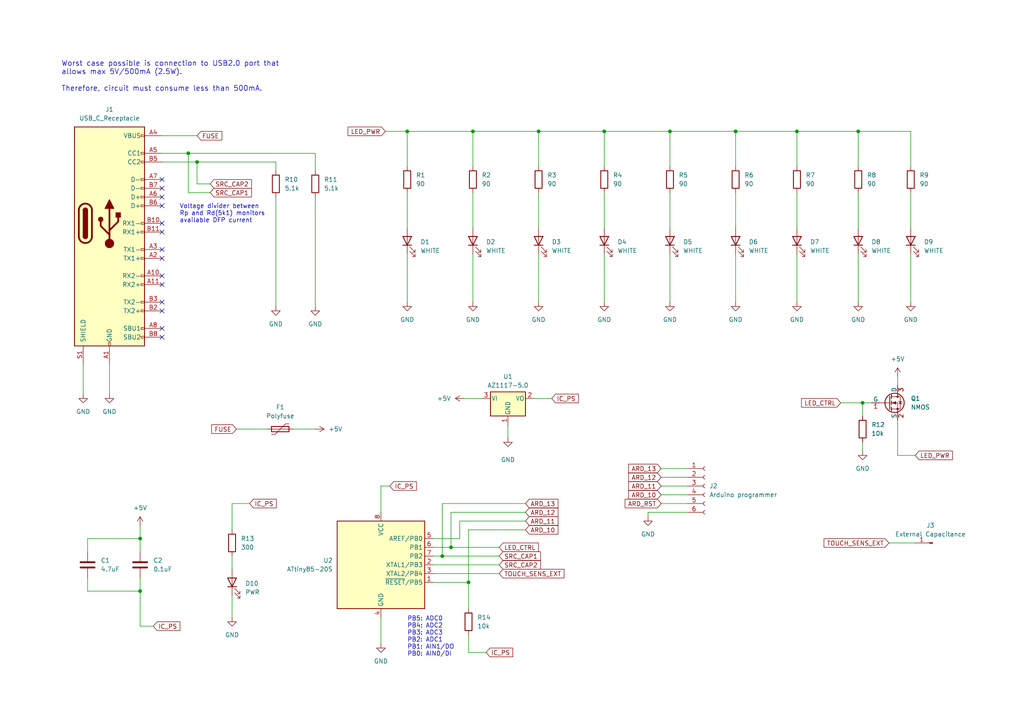
<source format=kicad_sch>
(kicad_sch (version 20230121) (generator eeschema)

  (uuid 49694771-7942-42f9-b994-64bce0ef5026)

  (paper "A4")

  (lib_symbols
    (symbol "Connector:Conn_01x01_Pin" (pin_names (offset 1.016) hide) (in_bom yes) (on_board yes)
      (property "Reference" "J" (at 0 2.54 0)
        (effects (font (size 1.27 1.27)))
      )
      (property "Value" "Conn_01x01_Pin" (at 0 -2.54 0)
        (effects (font (size 1.27 1.27)))
      )
      (property "Footprint" "" (at 0 0 0)
        (effects (font (size 1.27 1.27)) hide)
      )
      (property "Datasheet" "~" (at 0 0 0)
        (effects (font (size 1.27 1.27)) hide)
      )
      (property "ki_locked" "" (at 0 0 0)
        (effects (font (size 1.27 1.27)))
      )
      (property "ki_keywords" "connector" (at 0 0 0)
        (effects (font (size 1.27 1.27)) hide)
      )
      (property "ki_description" "Generic connector, single row, 01x01, script generated" (at 0 0 0)
        (effects (font (size 1.27 1.27)) hide)
      )
      (property "ki_fp_filters" "Connector*:*_1x??_*" (at 0 0 0)
        (effects (font (size 1.27 1.27)) hide)
      )
      (symbol "Conn_01x01_Pin_1_1"
        (polyline
          (pts
            (xy 1.27 0)
            (xy 0.8636 0)
          )
          (stroke (width 0.1524) (type default))
          (fill (type none))
        )
        (rectangle (start 0.8636 0.127) (end 0 -0.127)
          (stroke (width 0.1524) (type default))
          (fill (type outline))
        )
        (pin passive line (at 5.08 0 180) (length 3.81)
          (name "Pin_1" (effects (font (size 1.27 1.27))))
          (number "1" (effects (font (size 1.27 1.27))))
        )
      )
    )
    (symbol "Connector:Conn_01x06_Socket" (pin_names (offset 1.016) hide) (in_bom yes) (on_board yes)
      (property "Reference" "J" (at 0 7.62 0)
        (effects (font (size 1.27 1.27)))
      )
      (property "Value" "Conn_01x06_Socket" (at 0 -10.16 0)
        (effects (font (size 1.27 1.27)))
      )
      (property "Footprint" "" (at 0 0 0)
        (effects (font (size 1.27 1.27)) hide)
      )
      (property "Datasheet" "~" (at 0 0 0)
        (effects (font (size 1.27 1.27)) hide)
      )
      (property "ki_locked" "" (at 0 0 0)
        (effects (font (size 1.27 1.27)))
      )
      (property "ki_keywords" "connector" (at 0 0 0)
        (effects (font (size 1.27 1.27)) hide)
      )
      (property "ki_description" "Generic connector, single row, 01x06, script generated" (at 0 0 0)
        (effects (font (size 1.27 1.27)) hide)
      )
      (property "ki_fp_filters" "Connector*:*_1x??_*" (at 0 0 0)
        (effects (font (size 1.27 1.27)) hide)
      )
      (symbol "Conn_01x06_Socket_1_1"
        (arc (start 0 -7.112) (mid -0.5058 -7.62) (end 0 -8.128)
          (stroke (width 0.1524) (type default))
          (fill (type none))
        )
        (arc (start 0 -4.572) (mid -0.5058 -5.08) (end 0 -5.588)
          (stroke (width 0.1524) (type default))
          (fill (type none))
        )
        (arc (start 0 -2.032) (mid -0.5058 -2.54) (end 0 -3.048)
          (stroke (width 0.1524) (type default))
          (fill (type none))
        )
        (polyline
          (pts
            (xy -1.27 -7.62)
            (xy -0.508 -7.62)
          )
          (stroke (width 0.1524) (type default))
          (fill (type none))
        )
        (polyline
          (pts
            (xy -1.27 -5.08)
            (xy -0.508 -5.08)
          )
          (stroke (width 0.1524) (type default))
          (fill (type none))
        )
        (polyline
          (pts
            (xy -1.27 -2.54)
            (xy -0.508 -2.54)
          )
          (stroke (width 0.1524) (type default))
          (fill (type none))
        )
        (polyline
          (pts
            (xy -1.27 0)
            (xy -0.508 0)
          )
          (stroke (width 0.1524) (type default))
          (fill (type none))
        )
        (polyline
          (pts
            (xy -1.27 2.54)
            (xy -0.508 2.54)
          )
          (stroke (width 0.1524) (type default))
          (fill (type none))
        )
        (polyline
          (pts
            (xy -1.27 5.08)
            (xy -0.508 5.08)
          )
          (stroke (width 0.1524) (type default))
          (fill (type none))
        )
        (arc (start 0 0.508) (mid -0.5058 0) (end 0 -0.508)
          (stroke (width 0.1524) (type default))
          (fill (type none))
        )
        (arc (start 0 3.048) (mid -0.5058 2.54) (end 0 2.032)
          (stroke (width 0.1524) (type default))
          (fill (type none))
        )
        (arc (start 0 5.588) (mid -0.5058 5.08) (end 0 4.572)
          (stroke (width 0.1524) (type default))
          (fill (type none))
        )
        (pin passive line (at -5.08 5.08 0) (length 3.81)
          (name "Pin_1" (effects (font (size 1.27 1.27))))
          (number "1" (effects (font (size 1.27 1.27))))
        )
        (pin passive line (at -5.08 2.54 0) (length 3.81)
          (name "Pin_2" (effects (font (size 1.27 1.27))))
          (number "2" (effects (font (size 1.27 1.27))))
        )
        (pin passive line (at -5.08 0 0) (length 3.81)
          (name "Pin_3" (effects (font (size 1.27 1.27))))
          (number "3" (effects (font (size 1.27 1.27))))
        )
        (pin passive line (at -5.08 -2.54 0) (length 3.81)
          (name "Pin_4" (effects (font (size 1.27 1.27))))
          (number "4" (effects (font (size 1.27 1.27))))
        )
        (pin passive line (at -5.08 -5.08 0) (length 3.81)
          (name "Pin_5" (effects (font (size 1.27 1.27))))
          (number "5" (effects (font (size 1.27 1.27))))
        )
        (pin passive line (at -5.08 -7.62 0) (length 3.81)
          (name "Pin_6" (effects (font (size 1.27 1.27))))
          (number "6" (effects (font (size 1.27 1.27))))
        )
      )
    )
    (symbol "Connector:USB_C_Receptacle" (pin_names (offset 1.016)) (in_bom yes) (on_board yes)
      (property "Reference" "J" (at -10.16 29.21 0)
        (effects (font (size 1.27 1.27)) (justify left))
      )
      (property "Value" "USB_C_Receptacle" (at 10.16 29.21 0)
        (effects (font (size 1.27 1.27)) (justify right))
      )
      (property "Footprint" "" (at 3.81 0 0)
        (effects (font (size 1.27 1.27)) hide)
      )
      (property "Datasheet" "https://www.usb.org/sites/default/files/documents/usb_type-c.zip" (at 3.81 0 0)
        (effects (font (size 1.27 1.27)) hide)
      )
      (property "ki_keywords" "usb universal serial bus type-C full-featured" (at 0 0 0)
        (effects (font (size 1.27 1.27)) hide)
      )
      (property "ki_description" "USB Full-Featured Type-C Receptacle connector" (at 0 0 0)
        (effects (font (size 1.27 1.27)) hide)
      )
      (property "ki_fp_filters" "USB*C*Receptacle*" (at 0 0 0)
        (effects (font (size 1.27 1.27)) hide)
      )
      (symbol "USB_C_Receptacle_0_0"
        (rectangle (start -0.254 -35.56) (end 0.254 -34.544)
          (stroke (width 0) (type default))
          (fill (type none))
        )
        (rectangle (start 10.16 -32.766) (end 9.144 -33.274)
          (stroke (width 0) (type default))
          (fill (type none))
        )
        (rectangle (start 10.16 -30.226) (end 9.144 -30.734)
          (stroke (width 0) (type default))
          (fill (type none))
        )
        (rectangle (start 10.16 -25.146) (end 9.144 -25.654)
          (stroke (width 0) (type default))
          (fill (type none))
        )
        (rectangle (start 10.16 -22.606) (end 9.144 -23.114)
          (stroke (width 0) (type default))
          (fill (type none))
        )
        (rectangle (start 10.16 -17.526) (end 9.144 -18.034)
          (stroke (width 0) (type default))
          (fill (type none))
        )
        (rectangle (start 10.16 -14.986) (end 9.144 -15.494)
          (stroke (width 0) (type default))
          (fill (type none))
        )
        (rectangle (start 10.16 -9.906) (end 9.144 -10.414)
          (stroke (width 0) (type default))
          (fill (type none))
        )
        (rectangle (start 10.16 -7.366) (end 9.144 -7.874)
          (stroke (width 0) (type default))
          (fill (type none))
        )
        (rectangle (start 10.16 -2.286) (end 9.144 -2.794)
          (stroke (width 0) (type default))
          (fill (type none))
        )
        (rectangle (start 10.16 0.254) (end 9.144 -0.254)
          (stroke (width 0) (type default))
          (fill (type none))
        )
        (rectangle (start 10.16 5.334) (end 9.144 4.826)
          (stroke (width 0) (type default))
          (fill (type none))
        )
        (rectangle (start 10.16 7.874) (end 9.144 7.366)
          (stroke (width 0) (type default))
          (fill (type none))
        )
        (rectangle (start 10.16 10.414) (end 9.144 9.906)
          (stroke (width 0) (type default))
          (fill (type none))
        )
        (rectangle (start 10.16 12.954) (end 9.144 12.446)
          (stroke (width 0) (type default))
          (fill (type none))
        )
        (rectangle (start 10.16 18.034) (end 9.144 17.526)
          (stroke (width 0) (type default))
          (fill (type none))
        )
        (rectangle (start 10.16 20.574) (end 9.144 20.066)
          (stroke (width 0) (type default))
          (fill (type none))
        )
        (rectangle (start 10.16 25.654) (end 9.144 25.146)
          (stroke (width 0) (type default))
          (fill (type none))
        )
      )
      (symbol "USB_C_Receptacle_0_1"
        (rectangle (start -10.16 27.94) (end 10.16 -35.56)
          (stroke (width 0.254) (type default))
          (fill (type background))
        )
        (arc (start -8.89 -3.81) (mid -6.985 -5.7067) (end -5.08 -3.81)
          (stroke (width 0.508) (type default))
          (fill (type none))
        )
        (arc (start -7.62 -3.81) (mid -6.985 -4.4423) (end -6.35 -3.81)
          (stroke (width 0.254) (type default))
          (fill (type none))
        )
        (arc (start -7.62 -3.81) (mid -6.985 -4.4423) (end -6.35 -3.81)
          (stroke (width 0.254) (type default))
          (fill (type outline))
        )
        (rectangle (start -7.62 -3.81) (end -6.35 3.81)
          (stroke (width 0.254) (type default))
          (fill (type outline))
        )
        (arc (start -6.35 3.81) (mid -6.985 4.4423) (end -7.62 3.81)
          (stroke (width 0.254) (type default))
          (fill (type none))
        )
        (arc (start -6.35 3.81) (mid -6.985 4.4423) (end -7.62 3.81)
          (stroke (width 0.254) (type default))
          (fill (type outline))
        )
        (arc (start -5.08 3.81) (mid -6.985 5.7067) (end -8.89 3.81)
          (stroke (width 0.508) (type default))
          (fill (type none))
        )
        (polyline
          (pts
            (xy -8.89 -3.81)
            (xy -8.89 3.81)
          )
          (stroke (width 0.508) (type default))
          (fill (type none))
        )
        (polyline
          (pts
            (xy -5.08 3.81)
            (xy -5.08 -3.81)
          )
          (stroke (width 0.508) (type default))
          (fill (type none))
        )
      )
      (symbol "USB_C_Receptacle_1_1"
        (circle (center -2.54 1.143) (radius 0.635)
          (stroke (width 0.254) (type default))
          (fill (type outline))
        )
        (circle (center 0 -5.842) (radius 1.27)
          (stroke (width 0) (type default))
          (fill (type outline))
        )
        (polyline
          (pts
            (xy 0 -5.842)
            (xy 0 4.318)
          )
          (stroke (width 0.508) (type default))
          (fill (type none))
        )
        (polyline
          (pts
            (xy 0 -3.302)
            (xy -2.54 -0.762)
            (xy -2.54 0.508)
          )
          (stroke (width 0.508) (type default))
          (fill (type none))
        )
        (polyline
          (pts
            (xy 0 -2.032)
            (xy 2.54 0.508)
            (xy 2.54 1.778)
          )
          (stroke (width 0.508) (type default))
          (fill (type none))
        )
        (polyline
          (pts
            (xy -1.27 4.318)
            (xy 0 6.858)
            (xy 1.27 4.318)
            (xy -1.27 4.318)
          )
          (stroke (width 0.254) (type default))
          (fill (type outline))
        )
        (rectangle (start 1.905 1.778) (end 3.175 3.048)
          (stroke (width 0.254) (type default))
          (fill (type outline))
        )
        (pin passive line (at 0 -40.64 90) (length 5.08)
          (name "GND" (effects (font (size 1.27 1.27))))
          (number "A1" (effects (font (size 1.27 1.27))))
        )
        (pin bidirectional line (at 15.24 -15.24 180) (length 5.08)
          (name "RX2-" (effects (font (size 1.27 1.27))))
          (number "A10" (effects (font (size 1.27 1.27))))
        )
        (pin bidirectional line (at 15.24 -17.78 180) (length 5.08)
          (name "RX2+" (effects (font (size 1.27 1.27))))
          (number "A11" (effects (font (size 1.27 1.27))))
        )
        (pin passive line (at 0 -40.64 90) (length 5.08) hide
          (name "GND" (effects (font (size 1.27 1.27))))
          (number "A12" (effects (font (size 1.27 1.27))))
        )
        (pin bidirectional line (at 15.24 -10.16 180) (length 5.08)
          (name "TX1+" (effects (font (size 1.27 1.27))))
          (number "A2" (effects (font (size 1.27 1.27))))
        )
        (pin bidirectional line (at 15.24 -7.62 180) (length 5.08)
          (name "TX1-" (effects (font (size 1.27 1.27))))
          (number "A3" (effects (font (size 1.27 1.27))))
        )
        (pin passive line (at 15.24 25.4 180) (length 5.08)
          (name "VBUS" (effects (font (size 1.27 1.27))))
          (number "A4" (effects (font (size 1.27 1.27))))
        )
        (pin bidirectional line (at 15.24 20.32 180) (length 5.08)
          (name "CC1" (effects (font (size 1.27 1.27))))
          (number "A5" (effects (font (size 1.27 1.27))))
        )
        (pin bidirectional line (at 15.24 7.62 180) (length 5.08)
          (name "D+" (effects (font (size 1.27 1.27))))
          (number "A6" (effects (font (size 1.27 1.27))))
        )
        (pin bidirectional line (at 15.24 12.7 180) (length 5.08)
          (name "D-" (effects (font (size 1.27 1.27))))
          (number "A7" (effects (font (size 1.27 1.27))))
        )
        (pin bidirectional line (at 15.24 -30.48 180) (length 5.08)
          (name "SBU1" (effects (font (size 1.27 1.27))))
          (number "A8" (effects (font (size 1.27 1.27))))
        )
        (pin passive line (at 15.24 25.4 180) (length 5.08) hide
          (name "VBUS" (effects (font (size 1.27 1.27))))
          (number "A9" (effects (font (size 1.27 1.27))))
        )
        (pin passive line (at 0 -40.64 90) (length 5.08) hide
          (name "GND" (effects (font (size 1.27 1.27))))
          (number "B1" (effects (font (size 1.27 1.27))))
        )
        (pin bidirectional line (at 15.24 0 180) (length 5.08)
          (name "RX1-" (effects (font (size 1.27 1.27))))
          (number "B10" (effects (font (size 1.27 1.27))))
        )
        (pin bidirectional line (at 15.24 -2.54 180) (length 5.08)
          (name "RX1+" (effects (font (size 1.27 1.27))))
          (number "B11" (effects (font (size 1.27 1.27))))
        )
        (pin passive line (at 0 -40.64 90) (length 5.08) hide
          (name "GND" (effects (font (size 1.27 1.27))))
          (number "B12" (effects (font (size 1.27 1.27))))
        )
        (pin bidirectional line (at 15.24 -25.4 180) (length 5.08)
          (name "TX2+" (effects (font (size 1.27 1.27))))
          (number "B2" (effects (font (size 1.27 1.27))))
        )
        (pin bidirectional line (at 15.24 -22.86 180) (length 5.08)
          (name "TX2-" (effects (font (size 1.27 1.27))))
          (number "B3" (effects (font (size 1.27 1.27))))
        )
        (pin passive line (at 15.24 25.4 180) (length 5.08) hide
          (name "VBUS" (effects (font (size 1.27 1.27))))
          (number "B4" (effects (font (size 1.27 1.27))))
        )
        (pin bidirectional line (at 15.24 17.78 180) (length 5.08)
          (name "CC2" (effects (font (size 1.27 1.27))))
          (number "B5" (effects (font (size 1.27 1.27))))
        )
        (pin bidirectional line (at 15.24 5.08 180) (length 5.08)
          (name "D+" (effects (font (size 1.27 1.27))))
          (number "B6" (effects (font (size 1.27 1.27))))
        )
        (pin bidirectional line (at 15.24 10.16 180) (length 5.08)
          (name "D-" (effects (font (size 1.27 1.27))))
          (number "B7" (effects (font (size 1.27 1.27))))
        )
        (pin bidirectional line (at 15.24 -33.02 180) (length 5.08)
          (name "SBU2" (effects (font (size 1.27 1.27))))
          (number "B8" (effects (font (size 1.27 1.27))))
        )
        (pin passive line (at 15.24 25.4 180) (length 5.08) hide
          (name "VBUS" (effects (font (size 1.27 1.27))))
          (number "B9" (effects (font (size 1.27 1.27))))
        )
        (pin passive line (at -7.62 -40.64 90) (length 5.08)
          (name "SHIELD" (effects (font (size 1.27 1.27))))
          (number "S1" (effects (font (size 1.27 1.27))))
        )
      )
    )
    (symbol "Device:C" (pin_numbers hide) (pin_names (offset 0.254)) (in_bom yes) (on_board yes)
      (property "Reference" "C" (at 0.635 2.54 0)
        (effects (font (size 1.27 1.27)) (justify left))
      )
      (property "Value" "C" (at 0.635 -2.54 0)
        (effects (font (size 1.27 1.27)) (justify left))
      )
      (property "Footprint" "" (at 0.9652 -3.81 0)
        (effects (font (size 1.27 1.27)) hide)
      )
      (property "Datasheet" "~" (at 0 0 0)
        (effects (font (size 1.27 1.27)) hide)
      )
      (property "ki_keywords" "cap capacitor" (at 0 0 0)
        (effects (font (size 1.27 1.27)) hide)
      )
      (property "ki_description" "Unpolarized capacitor" (at 0 0 0)
        (effects (font (size 1.27 1.27)) hide)
      )
      (property "ki_fp_filters" "C_*" (at 0 0 0)
        (effects (font (size 1.27 1.27)) hide)
      )
      (symbol "C_0_1"
        (polyline
          (pts
            (xy -2.032 -0.762)
            (xy 2.032 -0.762)
          )
          (stroke (width 0.508) (type default))
          (fill (type none))
        )
        (polyline
          (pts
            (xy -2.032 0.762)
            (xy 2.032 0.762)
          )
          (stroke (width 0.508) (type default))
          (fill (type none))
        )
      )
      (symbol "C_1_1"
        (pin passive line (at 0 3.81 270) (length 2.794)
          (name "~" (effects (font (size 1.27 1.27))))
          (number "1" (effects (font (size 1.27 1.27))))
        )
        (pin passive line (at 0 -3.81 90) (length 2.794)
          (name "~" (effects (font (size 1.27 1.27))))
          (number "2" (effects (font (size 1.27 1.27))))
        )
      )
    )
    (symbol "Device:LED" (pin_numbers hide) (pin_names (offset 1.016) hide) (in_bom yes) (on_board yes)
      (property "Reference" "D" (at 0 2.54 0)
        (effects (font (size 1.27 1.27)))
      )
      (property "Value" "LED" (at 0 -2.54 0)
        (effects (font (size 1.27 1.27)))
      )
      (property "Footprint" "" (at 0 0 0)
        (effects (font (size 1.27 1.27)) hide)
      )
      (property "Datasheet" "~" (at 0 0 0)
        (effects (font (size 1.27 1.27)) hide)
      )
      (property "ki_keywords" "LED diode" (at 0 0 0)
        (effects (font (size 1.27 1.27)) hide)
      )
      (property "ki_description" "Light emitting diode" (at 0 0 0)
        (effects (font (size 1.27 1.27)) hide)
      )
      (property "ki_fp_filters" "LED* LED_SMD:* LED_THT:*" (at 0 0 0)
        (effects (font (size 1.27 1.27)) hide)
      )
      (symbol "LED_0_1"
        (polyline
          (pts
            (xy -1.27 -1.27)
            (xy -1.27 1.27)
          )
          (stroke (width 0.254) (type default))
          (fill (type none))
        )
        (polyline
          (pts
            (xy -1.27 0)
            (xy 1.27 0)
          )
          (stroke (width 0) (type default))
          (fill (type none))
        )
        (polyline
          (pts
            (xy 1.27 -1.27)
            (xy 1.27 1.27)
            (xy -1.27 0)
            (xy 1.27 -1.27)
          )
          (stroke (width 0.254) (type default))
          (fill (type none))
        )
        (polyline
          (pts
            (xy -3.048 -0.762)
            (xy -4.572 -2.286)
            (xy -3.81 -2.286)
            (xy -4.572 -2.286)
            (xy -4.572 -1.524)
          )
          (stroke (width 0) (type default))
          (fill (type none))
        )
        (polyline
          (pts
            (xy -1.778 -0.762)
            (xy -3.302 -2.286)
            (xy -2.54 -2.286)
            (xy -3.302 -2.286)
            (xy -3.302 -1.524)
          )
          (stroke (width 0) (type default))
          (fill (type none))
        )
      )
      (symbol "LED_1_1"
        (pin passive line (at -3.81 0 0) (length 2.54)
          (name "K" (effects (font (size 1.27 1.27))))
          (number "1" (effects (font (size 1.27 1.27))))
        )
        (pin passive line (at 3.81 0 180) (length 2.54)
          (name "A" (effects (font (size 1.27 1.27))))
          (number "2" (effects (font (size 1.27 1.27))))
        )
      )
    )
    (symbol "Device:Polyfuse" (pin_numbers hide) (pin_names (offset 0)) (in_bom yes) (on_board yes)
      (property "Reference" "F" (at -2.54 0 90)
        (effects (font (size 1.27 1.27)))
      )
      (property "Value" "Polyfuse" (at 2.54 0 90)
        (effects (font (size 1.27 1.27)))
      )
      (property "Footprint" "" (at 1.27 -5.08 0)
        (effects (font (size 1.27 1.27)) (justify left) hide)
      )
      (property "Datasheet" "~" (at 0 0 0)
        (effects (font (size 1.27 1.27)) hide)
      )
      (property "ki_keywords" "resettable fuse PTC PPTC polyfuse polyswitch" (at 0 0 0)
        (effects (font (size 1.27 1.27)) hide)
      )
      (property "ki_description" "Resettable fuse, polymeric positive temperature coefficient" (at 0 0 0)
        (effects (font (size 1.27 1.27)) hide)
      )
      (property "ki_fp_filters" "*polyfuse* *PTC*" (at 0 0 0)
        (effects (font (size 1.27 1.27)) hide)
      )
      (symbol "Polyfuse_0_1"
        (rectangle (start -0.762 2.54) (end 0.762 -2.54)
          (stroke (width 0.254) (type default))
          (fill (type none))
        )
        (polyline
          (pts
            (xy 0 2.54)
            (xy 0 -2.54)
          )
          (stroke (width 0) (type default))
          (fill (type none))
        )
        (polyline
          (pts
            (xy -1.524 2.54)
            (xy -1.524 1.524)
            (xy 1.524 -1.524)
            (xy 1.524 -2.54)
          )
          (stroke (width 0) (type default))
          (fill (type none))
        )
      )
      (symbol "Polyfuse_1_1"
        (pin passive line (at 0 3.81 270) (length 1.27)
          (name "~" (effects (font (size 1.27 1.27))))
          (number "1" (effects (font (size 1.27 1.27))))
        )
        (pin passive line (at 0 -3.81 90) (length 1.27)
          (name "~" (effects (font (size 1.27 1.27))))
          (number "2" (effects (font (size 1.27 1.27))))
        )
      )
    )
    (symbol "Device:R" (pin_numbers hide) (pin_names (offset 0)) (in_bom yes) (on_board yes)
      (property "Reference" "R" (at 2.032 0 90)
        (effects (font (size 1.27 1.27)))
      )
      (property "Value" "R" (at 0 0 90)
        (effects (font (size 1.27 1.27)))
      )
      (property "Footprint" "" (at -1.778 0 90)
        (effects (font (size 1.27 1.27)) hide)
      )
      (property "Datasheet" "~" (at 0 0 0)
        (effects (font (size 1.27 1.27)) hide)
      )
      (property "ki_keywords" "R res resistor" (at 0 0 0)
        (effects (font (size 1.27 1.27)) hide)
      )
      (property "ki_description" "Resistor" (at 0 0 0)
        (effects (font (size 1.27 1.27)) hide)
      )
      (property "ki_fp_filters" "R_*" (at 0 0 0)
        (effects (font (size 1.27 1.27)) hide)
      )
      (symbol "R_0_1"
        (rectangle (start -1.016 -2.54) (end 1.016 2.54)
          (stroke (width 0.254) (type default))
          (fill (type none))
        )
      )
      (symbol "R_1_1"
        (pin passive line (at 0 3.81 270) (length 1.27)
          (name "~" (effects (font (size 1.27 1.27))))
          (number "1" (effects (font (size 1.27 1.27))))
        )
        (pin passive line (at 0 -3.81 90) (length 1.27)
          (name "~" (effects (font (size 1.27 1.27))))
          (number "2" (effects (font (size 1.27 1.27))))
        )
      )
    )
    (symbol "MCU_Microchip_ATtiny:ATtiny85-20S" (in_bom yes) (on_board yes)
      (property "Reference" "U" (at -12.7 13.97 0)
        (effects (font (size 1.27 1.27)) (justify left bottom))
      )
      (property "Value" "ATtiny85-20S" (at 2.54 -13.97 0)
        (effects (font (size 1.27 1.27)) (justify left top))
      )
      (property "Footprint" "Package_SO:SOIC-8W_5.3x5.3mm_P1.27mm" (at 0 0 0)
        (effects (font (size 1.27 1.27) italic) hide)
      )
      (property "Datasheet" "http://ww1.microchip.com/downloads/en/DeviceDoc/atmel-2586-avr-8-bit-microcontroller-attiny25-attiny45-attiny85_datasheet.pdf" (at 0 0 0)
        (effects (font (size 1.27 1.27)) hide)
      )
      (property "ki_keywords" "AVR 8bit Microcontroller tinyAVR" (at 0 0 0)
        (effects (font (size 1.27 1.27)) hide)
      )
      (property "ki_description" "20MHz, 8kB Flash, 512B SRAM, 512B EEPROM, debugWIRE, SOIC-8W" (at 0 0 0)
        (effects (font (size 1.27 1.27)) hide)
      )
      (property "ki_fp_filters" "SOIC*5.3x5.3mm*P1.27mm*" (at 0 0 0)
        (effects (font (size 1.27 1.27)) hide)
      )
      (symbol "ATtiny85-20S_0_1"
        (rectangle (start -12.7 -12.7) (end 12.7 12.7)
          (stroke (width 0.254) (type default))
          (fill (type background))
        )
      )
      (symbol "ATtiny85-20S_1_1"
        (pin bidirectional line (at 15.24 -5.08 180) (length 2.54)
          (name "~{RESET}/PB5" (effects (font (size 1.27 1.27))))
          (number "1" (effects (font (size 1.27 1.27))))
        )
        (pin bidirectional line (at 15.24 0 180) (length 2.54)
          (name "XTAL1/PB3" (effects (font (size 1.27 1.27))))
          (number "2" (effects (font (size 1.27 1.27))))
        )
        (pin bidirectional line (at 15.24 -2.54 180) (length 2.54)
          (name "XTAL2/PB4" (effects (font (size 1.27 1.27))))
          (number "3" (effects (font (size 1.27 1.27))))
        )
        (pin power_in line (at 0 -15.24 90) (length 2.54)
          (name "GND" (effects (font (size 1.27 1.27))))
          (number "4" (effects (font (size 1.27 1.27))))
        )
        (pin bidirectional line (at 15.24 7.62 180) (length 2.54)
          (name "AREF/PB0" (effects (font (size 1.27 1.27))))
          (number "5" (effects (font (size 1.27 1.27))))
        )
        (pin bidirectional line (at 15.24 5.08 180) (length 2.54)
          (name "PB1" (effects (font (size 1.27 1.27))))
          (number "6" (effects (font (size 1.27 1.27))))
        )
        (pin bidirectional line (at 15.24 2.54 180) (length 2.54)
          (name "PB2" (effects (font (size 1.27 1.27))))
          (number "7" (effects (font (size 1.27 1.27))))
        )
        (pin power_in line (at 0 15.24 270) (length 2.54)
          (name "VCC" (effects (font (size 1.27 1.27))))
          (number "8" (effects (font (size 1.27 1.27))))
        )
      )
    )
    (symbol "Regulator_Linear:AZ1117-5.0" (pin_names (offset 0.254)) (in_bom yes) (on_board yes)
      (property "Reference" "U" (at -3.81 3.175 0)
        (effects (font (size 1.27 1.27)))
      )
      (property "Value" "AZ1117-5.0" (at 0 3.175 0)
        (effects (font (size 1.27 1.27)) (justify left))
      )
      (property "Footprint" "" (at 0 6.35 0)
        (effects (font (size 1.27 1.27) italic) hide)
      )
      (property "Datasheet" "https://www.diodes.com/assets/Datasheets/AZ1117.pdf" (at 0 0 0)
        (effects (font (size 1.27 1.27)) hide)
      )
      (property "ki_keywords" "Fixed Voltage Regulator 1A Positive LDO" (at 0 0 0)
        (effects (font (size 1.27 1.27)) hide)
      )
      (property "ki_description" "1A 20V Fixed LDO Linear Regulator, 5.0V, SOT-89/SOT-223/TO-220/TO-252/TO-263" (at 0 0 0)
        (effects (font (size 1.27 1.27)) hide)
      )
      (property "ki_fp_filters" "SOT?223* SOT?89* TO?220* TO?252* TO?263*" (at 0 0 0)
        (effects (font (size 1.27 1.27)) hide)
      )
      (symbol "AZ1117-5.0_0_1"
        (rectangle (start -5.08 1.905) (end 5.08 -5.08)
          (stroke (width 0.254) (type default))
          (fill (type background))
        )
      )
      (symbol "AZ1117-5.0_1_1"
        (pin power_in line (at 0 -7.62 90) (length 2.54)
          (name "GND" (effects (font (size 1.27 1.27))))
          (number "1" (effects (font (size 1.27 1.27))))
        )
        (pin power_out line (at 7.62 0 180) (length 2.54)
          (name "VO" (effects (font (size 1.27 1.27))))
          (number "2" (effects (font (size 1.27 1.27))))
        )
        (pin power_in line (at -7.62 0 0) (length 2.54)
          (name "VI" (effects (font (size 1.27 1.27))))
          (number "3" (effects (font (size 1.27 1.27))))
        )
      )
    )
    (symbol "Simulation_SPICE:NMOS" (pin_names (offset 0)) (in_bom yes) (on_board yes)
      (property "Reference" "Q1" (at 6.35 1.27 0)
        (effects (font (size 1.27 1.27)) (justify left))
      )
      (property "Value" "NMOS" (at 6.35 -1.27 0)
        (effects (font (size 1.27 1.27)) (justify left))
      )
      (property "Footprint" "Package_TO_SOT_SMD:SuperSOT-3" (at 5.08 2.54 0)
        (effects (font (size 1.27 1.27)) hide)
      )
      (property "Datasheet" "https://ngspice.sourceforge.io/docs/ngspice-manual.pdf" (at 0 -12.7 0)
        (effects (font (size 1.27 1.27)) hide)
      )
      (property "Sim.Device" "NMOS" (at 0 -17.145 0)
        (effects (font (size 1.27 1.27)) hide)
      )
      (property "Sim.Type" "VDMOS" (at 0 -19.05 0)
        (effects (font (size 1.27 1.27)) hide)
      )
      (property "Sim.Pins" "1=D 2=G 3=S" (at 0 -15.24 0)
        (effects (font (size 1.27 1.27)) hide)
      )
      (property "ki_keywords" "transistor NMOS N-MOS N-MOSFET simulation" (at 0 0 0)
        (effects (font (size 1.27 1.27)) hide)
      )
      (property "ki_description" "N-MOSFET transistor, drain/source/gate" (at 0 0 0)
        (effects (font (size 1.27 1.27)) hide)
      )
      (symbol "NMOS_0_1"
        (polyline
          (pts
            (xy 0.254 0)
            (xy -2.54 0)
          )
          (stroke (width 0) (type default))
          (fill (type none))
        )
        (polyline
          (pts
            (xy 0.254 1.905)
            (xy 0.254 -1.905)
          )
          (stroke (width 0.254) (type default))
          (fill (type none))
        )
        (polyline
          (pts
            (xy 0.762 -1.27)
            (xy 0.762 -2.286)
          )
          (stroke (width 0.254) (type default))
          (fill (type none))
        )
        (polyline
          (pts
            (xy 0.762 0.508)
            (xy 0.762 -0.508)
          )
          (stroke (width 0.254) (type default))
          (fill (type none))
        )
        (polyline
          (pts
            (xy 0.762 2.286)
            (xy 0.762 1.27)
          )
          (stroke (width 0.254) (type default))
          (fill (type none))
        )
        (polyline
          (pts
            (xy 2.54 2.54)
            (xy 2.54 1.778)
          )
          (stroke (width 0) (type default))
          (fill (type none))
        )
        (polyline
          (pts
            (xy 2.54 -2.54)
            (xy 2.54 0)
            (xy 0.762 0)
          )
          (stroke (width 0) (type default))
          (fill (type none))
        )
        (polyline
          (pts
            (xy 0.762 -1.778)
            (xy 3.302 -1.778)
            (xy 3.302 1.778)
            (xy 0.762 1.778)
          )
          (stroke (width 0) (type default))
          (fill (type none))
        )
        (polyline
          (pts
            (xy 1.016 0)
            (xy 2.032 0.381)
            (xy 2.032 -0.381)
            (xy 1.016 0)
          )
          (stroke (width 0) (type default))
          (fill (type outline))
        )
        (polyline
          (pts
            (xy 2.794 0.508)
            (xy 2.921 0.381)
            (xy 3.683 0.381)
            (xy 3.81 0.254)
          )
          (stroke (width 0) (type default))
          (fill (type none))
        )
        (polyline
          (pts
            (xy 3.302 0.381)
            (xy 2.921 -0.254)
            (xy 3.683 -0.254)
            (xy 3.302 0.381)
          )
          (stroke (width 0) (type default))
          (fill (type none))
        )
        (circle (center 1.651 0) (radius 2.794)
          (stroke (width 0.254) (type default))
          (fill (type none))
        )
        (circle (center 2.54 -1.778) (radius 0.254)
          (stroke (width 0) (type default))
          (fill (type outline))
        )
        (circle (center 2.54 1.778) (radius 0.254)
          (stroke (width 0) (type default))
          (fill (type outline))
        )
      )
      (symbol "NMOS_1_1"
        (pin input line (at -5.08 0 0) (length 2.54)
          (name "G" (effects (font (size 1.27 1.27))))
          (number "1" (effects (font (size 1.27 1.27))))
        )
        (pin passive line (at 2.54 -5.08 90) (length 2.54)
          (name "S" (effects (font (size 1.27 1.27))))
          (number "2" (effects (font (size 1.27 1.27))))
        )
        (pin passive line (at 2.54 5.08 270) (length 2.54)
          (name "D" (effects (font (size 1.27 1.27))))
          (number "3" (effects (font (size 1.27 1.27))))
        )
      )
    )
    (symbol "power:+5V" (power) (pin_names (offset 0)) (in_bom yes) (on_board yes)
      (property "Reference" "#PWR" (at 0 -3.81 0)
        (effects (font (size 1.27 1.27)) hide)
      )
      (property "Value" "+5V" (at 0 3.556 0)
        (effects (font (size 1.27 1.27)))
      )
      (property "Footprint" "" (at 0 0 0)
        (effects (font (size 1.27 1.27)) hide)
      )
      (property "Datasheet" "" (at 0 0 0)
        (effects (font (size 1.27 1.27)) hide)
      )
      (property "ki_keywords" "global power" (at 0 0 0)
        (effects (font (size 1.27 1.27)) hide)
      )
      (property "ki_description" "Power symbol creates a global label with name \"+5V\"" (at 0 0 0)
        (effects (font (size 1.27 1.27)) hide)
      )
      (symbol "+5V_0_1"
        (polyline
          (pts
            (xy -0.762 1.27)
            (xy 0 2.54)
          )
          (stroke (width 0) (type default))
          (fill (type none))
        )
        (polyline
          (pts
            (xy 0 0)
            (xy 0 2.54)
          )
          (stroke (width 0) (type default))
          (fill (type none))
        )
        (polyline
          (pts
            (xy 0 2.54)
            (xy 0.762 1.27)
          )
          (stroke (width 0) (type default))
          (fill (type none))
        )
      )
      (symbol "+5V_1_1"
        (pin power_in line (at 0 0 90) (length 0) hide
          (name "+5V" (effects (font (size 1.27 1.27))))
          (number "1" (effects (font (size 1.27 1.27))))
        )
      )
    )
    (symbol "power:GND" (power) (pin_names (offset 0)) (in_bom yes) (on_board yes)
      (property "Reference" "#PWR" (at 0 -6.35 0)
        (effects (font (size 1.27 1.27)) hide)
      )
      (property "Value" "GND" (at 0 -3.81 0)
        (effects (font (size 1.27 1.27)))
      )
      (property "Footprint" "" (at 0 0 0)
        (effects (font (size 1.27 1.27)) hide)
      )
      (property "Datasheet" "" (at 0 0 0)
        (effects (font (size 1.27 1.27)) hide)
      )
      (property "ki_keywords" "global power" (at 0 0 0)
        (effects (font (size 1.27 1.27)) hide)
      )
      (property "ki_description" "Power symbol creates a global label with name \"GND\" , ground" (at 0 0 0)
        (effects (font (size 1.27 1.27)) hide)
      )
      (symbol "GND_0_1"
        (polyline
          (pts
            (xy 0 0)
            (xy 0 -1.27)
            (xy 1.27 -1.27)
            (xy 0 -2.54)
            (xy -1.27 -1.27)
            (xy 0 -1.27)
          )
          (stroke (width 0) (type default))
          (fill (type none))
        )
      )
      (symbol "GND_1_1"
        (pin power_in line (at 0 0 270) (length 0) hide
          (name "GND" (effects (font (size 1.27 1.27))))
          (number "1" (effects (font (size 1.27 1.27))))
        )
      )
    )
  )

  (junction (at 156.21 38.1) (diameter 0) (color 0 0 0 0)
    (uuid 3337d0b5-42e5-4fee-8605-0acd5a819a75)
  )
  (junction (at 40.64 171.45) (diameter 0) (color 0 0 0 0)
    (uuid 3a8022bb-850a-450a-a3bd-d37dd2fb972b)
  )
  (junction (at 248.92 38.1) (diameter 0) (color 0 0 0 0)
    (uuid 3d7992aa-d8ec-4999-a32c-a24c92811407)
  )
  (junction (at 128.27 161.29) (diameter 0) (color 0 0 0 0)
    (uuid 5ef6f066-87f6-43f7-a6aa-2bfd363e5425)
  )
  (junction (at 40.64 156.21) (diameter 0) (color 0 0 0 0)
    (uuid 60ba99c6-2b5b-4f4f-8426-deb8477be0ae)
  )
  (junction (at 130.81 158.75) (diameter 0) (color 0 0 0 0)
    (uuid 624c0445-eabf-48c3-a484-1f2f2918810a)
  )
  (junction (at 135.89 168.91) (diameter 0) (color 0 0 0 0)
    (uuid 6afb0434-44c3-454b-a46a-2a9734eb93ae)
  )
  (junction (at 54.61 44.45) (diameter 0) (color 0 0 0 0)
    (uuid 7fd8b4d0-5c98-43b5-8a02-43cf2b44924d)
  )
  (junction (at 213.36 38.1) (diameter 0) (color 0 0 0 0)
    (uuid 95e2f34d-a3c3-4ff8-ac9f-1f420205a5c9)
  )
  (junction (at 118.11 38.1) (diameter 0) (color 0 0 0 0)
    (uuid 9bc2e27a-efa6-4540-8d04-e6f953378df2)
  )
  (junction (at 231.14 38.1) (diameter 0) (color 0 0 0 0)
    (uuid 9f14bdfd-2689-470f-915d-b7aef7afc277)
  )
  (junction (at 175.26 38.1) (diameter 0) (color 0 0 0 0)
    (uuid c3652470-ddf3-437b-a7e2-1ab4c2cf4911)
  )
  (junction (at 250.19 116.84) (diameter 0) (color 0 0 0 0)
    (uuid c7859c70-2f60-405f-888c-2faf08b77fdd)
  )
  (junction (at 57.15 46.99) (diameter 0) (color 0 0 0 0)
    (uuid cfe5bb42-8896-496c-9602-a61360545478)
  )
  (junction (at 194.31 38.1) (diameter 0) (color 0 0 0 0)
    (uuid f071debc-badf-4ed5-b660-353af721e4e1)
  )
  (junction (at 137.16 38.1) (diameter 0) (color 0 0 0 0)
    (uuid f13d767d-4040-4d11-a358-4412237d264e)
  )

  (no_connect (at 46.99 82.55) (uuid 0b1ece10-af3b-4037-a6e7-c1d204200f09))
  (no_connect (at 46.99 97.79) (uuid 1ad410f9-fdaf-46b7-ab12-ba574bf345ef))
  (no_connect (at 46.99 57.15) (uuid 260768e5-9eae-43e9-8e72-ba823a73f3e0))
  (no_connect (at 46.99 52.07) (uuid 2a65431a-1490-411d-a4f1-253d0f20e8bc))
  (no_connect (at 46.99 87.63) (uuid 6668b4b1-cd29-4c60-b7dd-c1e34d73b399))
  (no_connect (at 46.99 59.69) (uuid 74189b51-6712-47b6-bf1f-d128afc71d33))
  (no_connect (at 46.99 67.31) (uuid 7c5a58b6-9965-4655-9a33-ab8a5d7c485e))
  (no_connect (at 46.99 54.61) (uuid 7ea0d5cb-4a20-40b9-9dda-90882ba26c3e))
  (no_connect (at 46.99 72.39) (uuid 80c3734c-c4fb-4ca9-8f3e-72e26a63e2ea))
  (no_connect (at 46.99 74.93) (uuid 828535c2-1bda-4169-9d07-f1b9ee51b5d8))
  (no_connect (at 46.99 64.77) (uuid 960d6797-8748-4aa8-a7f5-df3dfe1ab687))
  (no_connect (at 46.99 90.17) (uuid 99ea0a30-3589-42c6-b724-d5854b9e9990))
  (no_connect (at 46.99 95.25) (uuid c444fbc7-066f-4dbb-8b2d-303ba29364fa))
  (no_connect (at 46.99 80.01) (uuid dbd3bdfa-10d2-46aa-a585-c7ca0f089d36))

  (wire (pts (xy 264.16 38.1) (xy 264.16 48.26))
    (stroke (width 0) (type default))
    (uuid 0465cf5a-3cb0-4304-9f4d-4986da81dfab)
  )
  (wire (pts (xy 194.31 73.66) (xy 194.31 87.63))
    (stroke (width 0) (type default))
    (uuid 077a547b-8b81-4b3c-aa83-6ccfdd4fd6a2)
  )
  (wire (pts (xy 40.64 171.45) (xy 40.64 181.61))
    (stroke (width 0) (type default))
    (uuid 07d11221-48e2-4e68-9090-ab9dc205fc8a)
  )
  (wire (pts (xy 156.21 38.1) (xy 156.21 48.26))
    (stroke (width 0) (type default))
    (uuid 09b16252-3d08-48ae-9296-5f014716da6e)
  )
  (wire (pts (xy 260.35 121.92) (xy 260.35 132.08))
    (stroke (width 0) (type default))
    (uuid 0b156ad8-b218-4ce5-ad8a-4b82809ebf06)
  )
  (wire (pts (xy 46.99 46.99) (xy 57.15 46.99))
    (stroke (width 0) (type default))
    (uuid 0b90e64a-614e-4107-bd9e-33c05fc56f78)
  )
  (wire (pts (xy 91.44 57.15) (xy 91.44 88.9))
    (stroke (width 0) (type default))
    (uuid 0eb2648f-1f15-42b4-8c8c-d256905e9346)
  )
  (wire (pts (xy 152.4 146.05) (xy 128.27 146.05))
    (stroke (width 0) (type default))
    (uuid 14907a05-5610-4347-9ede-1b5868848ee1)
  )
  (wire (pts (xy 252.73 116.84) (xy 250.19 116.84))
    (stroke (width 0) (type default))
    (uuid 16f88335-6468-41e8-8b68-9b6bb8a32e01)
  )
  (wire (pts (xy 40.64 156.21) (xy 40.64 152.4))
    (stroke (width 0) (type default))
    (uuid 1831a845-e31e-4fb2-96b9-841d121930ab)
  )
  (wire (pts (xy 46.99 44.45) (xy 54.61 44.45))
    (stroke (width 0) (type default))
    (uuid 1eb1b1ac-d7d8-4c93-9535-e1003b29d9ce)
  )
  (wire (pts (xy 260.35 132.08) (xy 265.43 132.08))
    (stroke (width 0) (type default))
    (uuid 22010232-d752-428a-93a4-30b846f2fb04)
  )
  (wire (pts (xy 128.27 146.05) (xy 128.27 161.29))
    (stroke (width 0) (type default))
    (uuid 22867fa9-7e7d-4bf9-90e7-092f7de61245)
  )
  (wire (pts (xy 130.81 158.75) (xy 144.78 158.75))
    (stroke (width 0) (type default))
    (uuid 25d6c2aa-b14d-437c-a921-48e07969968d)
  )
  (wire (pts (xy 137.16 73.66) (xy 137.16 87.63))
    (stroke (width 0) (type default))
    (uuid 2a60c050-1224-46a2-b7e6-5853828fda04)
  )
  (wire (pts (xy 135.89 168.91) (xy 135.89 176.53))
    (stroke (width 0) (type default))
    (uuid 2ee5a0de-c6e8-4488-8b03-38d15395453b)
  )
  (wire (pts (xy 152.4 153.67) (xy 135.89 153.67))
    (stroke (width 0) (type default))
    (uuid 3132b70a-ad04-4934-8694-f39a8d5e7135)
  )
  (wire (pts (xy 118.11 48.26) (xy 118.11 38.1))
    (stroke (width 0) (type default))
    (uuid 342363af-c49e-4fdb-8f30-d91863899f19)
  )
  (wire (pts (xy 152.4 151.13) (xy 133.35 151.13))
    (stroke (width 0) (type default))
    (uuid 34f6eda7-fa07-437a-a55e-40a19a8ed65a)
  )
  (wire (pts (xy 57.15 46.99) (xy 80.01 46.99))
    (stroke (width 0) (type default))
    (uuid 36c8768f-bcb8-4424-b7b8-f15679c1564c)
  )
  (wire (pts (xy 135.89 153.67) (xy 135.89 168.91))
    (stroke (width 0) (type default))
    (uuid 3795f4f6-fc41-477a-b820-e7bc57640c2a)
  )
  (wire (pts (xy 213.36 38.1) (xy 213.36 48.26))
    (stroke (width 0) (type default))
    (uuid 3b9d3f06-2b50-4903-b3d5-d343f16e6ad7)
  )
  (wire (pts (xy 40.64 181.61) (xy 44.45 181.61))
    (stroke (width 0) (type default))
    (uuid 3ea4052b-3102-478e-8e14-a4eb8b345917)
  )
  (wire (pts (xy 191.77 143.51) (xy 199.39 143.51))
    (stroke (width 0) (type default))
    (uuid 3fb1a215-ddc0-49d9-8c78-087387b2c332)
  )
  (wire (pts (xy 110.49 179.07) (xy 110.49 186.69))
    (stroke (width 0) (type default))
    (uuid 4144e118-01de-4569-a61a-3a1e94165ca8)
  )
  (wire (pts (xy 250.19 128.27) (xy 250.19 130.81))
    (stroke (width 0) (type default))
    (uuid 428eda78-6cf1-45bd-923c-ee48ae09b10f)
  )
  (wire (pts (xy 243.84 116.84) (xy 250.19 116.84))
    (stroke (width 0) (type default))
    (uuid 429509fa-28d3-4704-be66-db14919bf8b3)
  )
  (wire (pts (xy 156.21 38.1) (xy 175.26 38.1))
    (stroke (width 0) (type default))
    (uuid 43265140-3279-455f-957b-22d49b775bae)
  )
  (wire (pts (xy 54.61 44.45) (xy 91.44 44.45))
    (stroke (width 0) (type default))
    (uuid 43680290-c1bd-46c9-b9c1-f925db809805)
  )
  (wire (pts (xy 118.11 38.1) (xy 137.16 38.1))
    (stroke (width 0) (type default))
    (uuid 43cfd154-df27-421d-b792-9ae271088510)
  )
  (wire (pts (xy 134.62 115.57) (xy 139.7 115.57))
    (stroke (width 0) (type default))
    (uuid 441855ff-837e-4b15-8e54-430c2a120d14)
  )
  (wire (pts (xy 54.61 44.45) (xy 54.61 55.88))
    (stroke (width 0) (type default))
    (uuid 480ae77c-e351-43d9-a844-9145ffe34cb4)
  )
  (wire (pts (xy 257.81 157.48) (xy 265.43 157.48))
    (stroke (width 0) (type default))
    (uuid 49d55ebb-e14b-4bb5-b86a-0bffc4400274)
  )
  (wire (pts (xy 191.77 140.97) (xy 199.39 140.97))
    (stroke (width 0) (type default))
    (uuid 4a819485-6e84-417f-a46c-95c5c0f06f1f)
  )
  (wire (pts (xy 135.89 184.15) (xy 135.89 189.23))
    (stroke (width 0) (type default))
    (uuid 4d2639a6-60c3-4120-98f2-e8a760542258)
  )
  (wire (pts (xy 260.35 109.22) (xy 260.35 111.76))
    (stroke (width 0) (type default))
    (uuid 53923010-64ea-4161-83d5-c97158ef79da)
  )
  (wire (pts (xy 231.14 38.1) (xy 248.92 38.1))
    (stroke (width 0) (type default))
    (uuid 53998ff9-b8f2-4874-b59f-557be8161f3f)
  )
  (wire (pts (xy 152.4 148.59) (xy 130.81 148.59))
    (stroke (width 0) (type default))
    (uuid 548be789-3a1d-4b96-bd38-f9673afb16b7)
  )
  (wire (pts (xy 113.03 140.97) (xy 110.49 140.97))
    (stroke (width 0) (type default))
    (uuid 58e04916-58c2-449c-80f5-7e3fb3eecd4b)
  )
  (wire (pts (xy 25.4 171.45) (xy 40.64 171.45))
    (stroke (width 0) (type default))
    (uuid 59236283-1e28-443d-b09c-2b2bc98ad79d)
  )
  (wire (pts (xy 264.16 73.66) (xy 264.16 87.63))
    (stroke (width 0) (type default))
    (uuid 5d87b8e7-7ee7-406d-ad0e-7d0051774143)
  )
  (wire (pts (xy 130.81 148.59) (xy 130.81 158.75))
    (stroke (width 0) (type default))
    (uuid 60897c71-7022-48ab-bb77-dcf55bcab911)
  )
  (wire (pts (xy 54.61 55.88) (xy 60.96 55.88))
    (stroke (width 0) (type default))
    (uuid 6b18ec0c-1a7c-4143-9cfa-eb93e51fab4d)
  )
  (wire (pts (xy 175.26 55.88) (xy 175.26 66.04))
    (stroke (width 0) (type default))
    (uuid 70336ff0-4f4e-465c-8aa1-ce26f509a5c9)
  )
  (wire (pts (xy 191.77 146.05) (xy 199.39 146.05))
    (stroke (width 0) (type default))
    (uuid 7a94244a-61ed-43c0-a365-81f68113a2e1)
  )
  (wire (pts (xy 80.01 57.15) (xy 80.01 88.9))
    (stroke (width 0) (type default))
    (uuid 7aa64e3e-cf2c-4e50-bf06-6684fa846ffa)
  )
  (wire (pts (xy 213.36 38.1) (xy 231.14 38.1))
    (stroke (width 0) (type default))
    (uuid 7b46c501-5860-4af2-82a4-6b6af9246b5a)
  )
  (wire (pts (xy 67.31 161.29) (xy 67.31 165.1))
    (stroke (width 0) (type default))
    (uuid 7ca3cd9e-5914-44bb-b9c9-7f17f7ce6ac8)
  )
  (wire (pts (xy 156.21 73.66) (xy 156.21 87.63))
    (stroke (width 0) (type default))
    (uuid 7cae3d64-619e-49ee-97dc-61ce10ebf181)
  )
  (wire (pts (xy 194.31 38.1) (xy 194.31 48.26))
    (stroke (width 0) (type default))
    (uuid 7cbaca3b-a665-4832-93cc-c568f59aa03c)
  )
  (wire (pts (xy 194.31 55.88) (xy 194.31 66.04))
    (stroke (width 0) (type default))
    (uuid 7ceec4cc-1bc1-451d-90e5-a7c94bef4a4a)
  )
  (wire (pts (xy 191.77 138.43) (xy 199.39 138.43))
    (stroke (width 0) (type default))
    (uuid 81882fe9-4b87-41f8-8a7d-dc0a9800fd75)
  )
  (wire (pts (xy 91.44 44.45) (xy 91.44 49.53))
    (stroke (width 0) (type default))
    (uuid 83d91c6f-5ecc-448c-a013-938b10a0ed04)
  )
  (wire (pts (xy 264.16 55.88) (xy 264.16 66.04))
    (stroke (width 0) (type default))
    (uuid 8597ad85-b0aa-4fbc-bda1-5c77ec54a4a3)
  )
  (wire (pts (xy 175.26 73.66) (xy 175.26 87.63))
    (stroke (width 0) (type default))
    (uuid 88a1d656-e240-4561-97d3-44c49431570c)
  )
  (wire (pts (xy 31.75 105.41) (xy 31.75 114.3))
    (stroke (width 0) (type default))
    (uuid 8adb0d4f-30ac-42aa-bedf-820073dd64a2)
  )
  (wire (pts (xy 137.16 38.1) (xy 156.21 38.1))
    (stroke (width 0) (type default))
    (uuid 8b2a02e4-6d39-4498-941f-45fc7eec34d0)
  )
  (wire (pts (xy 137.16 38.1) (xy 137.16 48.26))
    (stroke (width 0) (type default))
    (uuid 8d500d3b-fdd7-4dc1-a164-066d226466a2)
  )
  (wire (pts (xy 67.31 172.72) (xy 67.31 179.07))
    (stroke (width 0) (type default))
    (uuid 8de965e9-d7ae-4a8a-856e-6d9f0c3aee61)
  )
  (wire (pts (xy 248.92 38.1) (xy 248.92 48.26))
    (stroke (width 0) (type default))
    (uuid 8fca6c58-8a14-40e3-b58f-7304d12b8c1d)
  )
  (wire (pts (xy 110.49 140.97) (xy 110.49 148.59))
    (stroke (width 0) (type default))
    (uuid 9428dd9f-1891-4516-8e83-bae2a4b25f72)
  )
  (wire (pts (xy 85.09 124.46) (xy 91.44 124.46))
    (stroke (width 0) (type default))
    (uuid 94a56b73-3e22-4111-94ff-84881837ee8d)
  )
  (wire (pts (xy 137.16 55.88) (xy 137.16 66.04))
    (stroke (width 0) (type default))
    (uuid 95d97b4e-a193-48ac-9a60-6a6eb5bf82f5)
  )
  (wire (pts (xy 118.11 73.66) (xy 118.11 87.63))
    (stroke (width 0) (type default))
    (uuid 98296f9d-a24b-4087-b704-f501e766ca45)
  )
  (wire (pts (xy 40.64 156.21) (xy 40.64 160.02))
    (stroke (width 0) (type default))
    (uuid 99171a01-422c-4abe-8bc9-280254ec7ae0)
  )
  (wire (pts (xy 231.14 73.66) (xy 231.14 87.63))
    (stroke (width 0) (type default))
    (uuid 995b9ac1-9e3a-4fe0-b601-e69f1e38cf0d)
  )
  (wire (pts (xy 125.73 161.29) (xy 128.27 161.29))
    (stroke (width 0) (type default))
    (uuid 9dcf8758-ca1f-43a9-aea2-caf5d1be16f8)
  )
  (wire (pts (xy 156.21 55.88) (xy 156.21 66.04))
    (stroke (width 0) (type default))
    (uuid a1f3aa7d-b3f0-4df4-9bde-b5554be73a39)
  )
  (wire (pts (xy 248.92 38.1) (xy 264.16 38.1))
    (stroke (width 0) (type default))
    (uuid a2da9a6c-9849-416e-8226-ac2d6fad6d9f)
  )
  (wire (pts (xy 135.89 189.23) (xy 140.97 189.23))
    (stroke (width 0) (type default))
    (uuid a4304f9a-c7dd-423c-9b4c-35df3a988c02)
  )
  (wire (pts (xy 231.14 38.1) (xy 231.14 48.26))
    (stroke (width 0) (type default))
    (uuid a7bcf510-892e-4d58-bc8b-48e846a609e6)
  )
  (wire (pts (xy 133.35 151.13) (xy 133.35 156.21))
    (stroke (width 0) (type default))
    (uuid a85fee27-fd08-49b7-a463-ff8716752938)
  )
  (wire (pts (xy 46.99 39.37) (xy 57.15 39.37))
    (stroke (width 0) (type default))
    (uuid a8e97abe-a5d4-4836-8554-0b3fc5ef0374)
  )
  (wire (pts (xy 67.31 146.05) (xy 72.39 146.05))
    (stroke (width 0) (type default))
    (uuid aadf6f78-2eea-4520-9789-5c5fb48ec5f3)
  )
  (wire (pts (xy 125.73 168.91) (xy 135.89 168.91))
    (stroke (width 0) (type default))
    (uuid ac46903c-5644-4de5-9f25-4fc0aec0ce81)
  )
  (wire (pts (xy 25.4 156.21) (xy 40.64 156.21))
    (stroke (width 0) (type default))
    (uuid ae44b16e-d9f2-4927-9294-8f31fa8af19e)
  )
  (wire (pts (xy 67.31 146.05) (xy 67.31 153.67))
    (stroke (width 0) (type default))
    (uuid b22f4f97-84e6-4177-b56d-1ee47a7d99a0)
  )
  (wire (pts (xy 187.96 148.59) (xy 199.39 148.59))
    (stroke (width 0) (type default))
    (uuid b4177ef2-3cc5-4006-8299-0bedf72683e4)
  )
  (wire (pts (xy 250.19 116.84) (xy 250.19 120.65))
    (stroke (width 0) (type default))
    (uuid b79ce42a-431b-4247-bcb8-1e6659bf8fbd)
  )
  (wire (pts (xy 187.96 148.59) (xy 187.96 149.86))
    (stroke (width 0) (type default))
    (uuid bb2283f1-2bdc-419a-8476-58ac9d3c7c0c)
  )
  (wire (pts (xy 231.14 55.88) (xy 231.14 66.04))
    (stroke (width 0) (type default))
    (uuid bf5fa15c-1804-4066-92b0-77e88cfd719c)
  )
  (wire (pts (xy 128.27 161.29) (xy 144.78 161.29))
    (stroke (width 0) (type default))
    (uuid c24744fc-636b-4193-bb5b-0ec483dfa985)
  )
  (wire (pts (xy 40.64 171.45) (xy 40.64 167.64))
    (stroke (width 0) (type default))
    (uuid c2adb810-3cc9-447e-82de-b21ad1c20bfd)
  )
  (wire (pts (xy 213.36 55.88) (xy 213.36 66.04))
    (stroke (width 0) (type default))
    (uuid c379c1e6-29b0-4754-ba46-77b3a12ca4ef)
  )
  (wire (pts (xy 125.73 163.83) (xy 144.78 163.83))
    (stroke (width 0) (type default))
    (uuid c71bfd88-4d5e-4e83-9985-cb9ede25970d)
  )
  (wire (pts (xy 213.36 73.66) (xy 213.36 87.63))
    (stroke (width 0) (type default))
    (uuid c98bb143-1559-4359-b461-bd280d64fe03)
  )
  (wire (pts (xy 68.58 124.46) (xy 77.47 124.46))
    (stroke (width 0) (type default))
    (uuid cb09e70c-c1ec-4ca3-b37d-1dae18248c10)
  )
  (wire (pts (xy 125.73 158.75) (xy 130.81 158.75))
    (stroke (width 0) (type default))
    (uuid cc54fcc4-4d60-4b00-9830-1c9ee92799c4)
  )
  (wire (pts (xy 111.76 38.1) (xy 118.11 38.1))
    (stroke (width 0) (type default))
    (uuid da66dece-4f85-4ec8-a77f-4bf5684d483c)
  )
  (wire (pts (xy 147.32 123.19) (xy 147.32 127))
    (stroke (width 0) (type default))
    (uuid dae0b7df-6b51-4255-9c43-73ff7fd7e7b8)
  )
  (wire (pts (xy 24.13 105.41) (xy 24.13 114.3))
    (stroke (width 0) (type default))
    (uuid e3b3a946-55eb-4619-9c6c-b52fa2469369)
  )
  (wire (pts (xy 25.4 160.02) (xy 25.4 156.21))
    (stroke (width 0) (type default))
    (uuid e7a21768-b36d-46a7-918c-db1bb8307a31)
  )
  (wire (pts (xy 248.92 73.66) (xy 248.92 87.63))
    (stroke (width 0) (type default))
    (uuid e8b62ebc-b04c-48cf-baa8-55bbbc069e48)
  )
  (wire (pts (xy 191.77 135.89) (xy 199.39 135.89))
    (stroke (width 0) (type default))
    (uuid e9f9444b-ce5c-4b8a-a4ad-89f103e08dd5)
  )
  (wire (pts (xy 25.4 167.64) (xy 25.4 171.45))
    (stroke (width 0) (type default))
    (uuid ea701314-6e19-4031-91ad-2d6d2616293d)
  )
  (wire (pts (xy 57.15 53.34) (xy 60.96 53.34))
    (stroke (width 0) (type default))
    (uuid eae42cab-08c1-4a4b-a7a0-ba66fef610f3)
  )
  (wire (pts (xy 154.94 115.57) (xy 160.02 115.57))
    (stroke (width 0) (type default))
    (uuid eff111d2-c433-4f63-a8a2-d6a8af0b2a62)
  )
  (wire (pts (xy 118.11 55.88) (xy 118.11 66.04))
    (stroke (width 0) (type default))
    (uuid f032601c-193e-4123-a5f9-aea6f567d0dc)
  )
  (wire (pts (xy 194.31 38.1) (xy 213.36 38.1))
    (stroke (width 0) (type default))
    (uuid f09260ac-5e9c-45fb-9681-a5eb659f8eda)
  )
  (wire (pts (xy 248.92 55.88) (xy 248.92 66.04))
    (stroke (width 0) (type default))
    (uuid f195d23e-34bd-43dc-aa40-909a74a7ef6f)
  )
  (wire (pts (xy 125.73 166.37) (xy 144.78 166.37))
    (stroke (width 0) (type default))
    (uuid f2af777b-41ed-45ee-9a97-71480c817dbb)
  )
  (wire (pts (xy 133.35 156.21) (xy 125.73 156.21))
    (stroke (width 0) (type default))
    (uuid f43a97bb-fec5-41c4-8b6d-72a6f6e98726)
  )
  (wire (pts (xy 175.26 38.1) (xy 194.31 38.1))
    (stroke (width 0) (type default))
    (uuid f521879b-6627-41c7-a875-ec985f1ad4d5)
  )
  (wire (pts (xy 80.01 46.99) (xy 80.01 49.53))
    (stroke (width 0) (type default))
    (uuid fa810a5c-46f2-4b6e-bede-4f9acf72ddf1)
  )
  (wire (pts (xy 57.15 46.99) (xy 57.15 53.34))
    (stroke (width 0) (type default))
    (uuid fb91c66f-c1c3-46c3-82c5-f5fef76e7822)
  )
  (wire (pts (xy 175.26 38.1) (xy 175.26 48.26))
    (stroke (width 0) (type default))
    (uuid fd676149-3c29-4605-b0e5-752ac8196e40)
  )

  (text "ledice 3x3\nuzeti max If = 50 mA\nganjati sa 25 mA\n(ispod 50%)"
    (at 161.29 -12.7 0)
    (effects (font (size 1.27 1.27)) (justify left bottom))
    (uuid 0c992ae1-8232-4d0b-9980-29bc8ae97d30)
  )
  (text "vecina fetova\nima gate na 1. pinu" (at 214.63 -17.78 0)
    (effects (font (size 1.27 1.27)) (justify left bottom))
    (uuid 334bc653-8556-475b-b59b-a8f2d8d5ccf2)
  )
  (text "pazi da led ctrl bude na pwm\nizlazu da se ledice mogu dimmati"
    (at 92.71 -16.51 0)
    (effects (font (size 1.27 1.27)) (justify left bottom))
    (uuid 3a590113-2a62-4acb-8f33-df71bc4d59ee)
  )
  (text "raster ledica idealno\n2.5 cm\n\nD4 blize sredini" (at 186.69 -13.97 0)
    (effects (font (size 1.27 1.27)) (justify left bottom))
    (uuid 52df7702-0c5c-43ce-99f9-bf882a9a025e)
  )
  (text "bypass kap.\ndirekt na nogicu\nuC-a" (at 243.84 -16.51 0)
    (effects (font (size 1.27 1.27)) (justify left bottom))
    (uuid 6bf7b457-153d-4382-bddd-d668acd9bb48)
  )
  (text "keep-out promjera+malo\nglave vijka oko\nmontazne rupe"
    (at 130.81 -15.24 0)
    (effects (font (size 1.27 1.27)) (justify left bottom))
    (uuid 82064edc-e986-4e83-b5c5-0178e5ff6cad)
  )
  (text "1206(mils.) paket za\nrucno ljemenje" (at 63.5 -16.51 0)
    (effects (font (size 1.27 1.27)) (justify left bottom))
    (uuid 890ce1a2-7ab8-4b99-848d-e1fe5f503b11)
  )
  (text "Voltage divider between\nRp and Rd(5k1) monitors\navailable DFP current"
    (at 52.07 64.77 0)
    (effects (font (size 1.27 1.27)) (justify left bottom))
    (uuid 974fcde0-2d64-474b-b16b-3f294ec2f7fd)
  )
  (text "PB5: ADC0\nPB4: ADC2\nPB3: ADC3\nPB2: ADC1\nPB1: AIN1/DO\nPB0: AIN0/DI"
    (at 118.11 190.5 0)
    (effects (font (size 1.27 1.27)) (justify left bottom))
    (uuid c3ba3203-2349-4d74-b72b-ba01df3e5734)
  )
  (text "prije LDO staviti\nresettable fuse\nkopirati sa arduino uno sheme\n\nLDO napajanje attiny\n1117 5.0\nsamo na chip, bez ledica"
    (at 0 -6.35 0)
    (effects (font (size 1.27 1.27)) (justify left bottom))
    (uuid d4672b25-8bfb-4bc2-81c3-a8c84e17e5b9)
  )
  (text "Worst case possible is connection to USB2.0 port that\nallows max 5V/500mA (2.5W).\n\nTherefore, circuit must consume less than 500mA."
    (at 17.78 26.67 0)
    (effects (font (size 1.5 1.5)) (justify left bottom))
    (uuid db54d6c5-d54b-4309-9b8f-ad2f1f99f073)
  )
  (text "Attiny drugi paket\nSO-8" (at 38.1 -16.51 0)
    (effects (font (size 1.27 1.27)) (justify left bottom))
    (uuid f2bec48d-ebd5-4b94-9e28-2752ffceb019)
  )

  (global_label "LED_CTRL" (shape input) (at 243.84 116.84 180) (fields_autoplaced)
    (effects (font (size 1.27 1.27)) (justify right))
    (uuid 068dd948-f1f6-4163-a14e-0a9cb1024a19)
    (property "Intersheetrefs" "${INTERSHEET_REFS}" (at 231.9044 116.84 0)
      (effects (font (size 1.27 1.27)) (justify right) hide)
    )
  )
  (global_label "ARD_11" (shape input) (at 191.77 140.97 180) (fields_autoplaced)
    (effects (font (size 1.27 1.27)) (justify right))
    (uuid 06f03f96-eca8-4215-88e6-49c045ec5c5e)
    (property "Intersheetrefs" "${INTERSHEET_REFS}" (at 181.7696 140.97 0)
      (effects (font (size 1.27 1.27)) (justify right) hide)
    )
  )
  (global_label "SRC_CAP2" (shape input) (at 60.96 53.34 0) (fields_autoplaced)
    (effects (font (size 1.27 1.27)) (justify left))
    (uuid 0de5bf64-668d-4712-bd8b-0efadeaf7a0f)
    (property "Intersheetrefs" "${INTERSHEET_REFS}" (at 73.5004 53.34 0)
      (effects (font (size 1.27 1.27)) (justify left) hide)
    )
  )
  (global_label "LED_CTRL" (shape input) (at 144.78 158.75 0) (fields_autoplaced)
    (effects (font (size 1.27 1.27)) (justify left))
    (uuid 13d0a961-bd72-4185-995d-ba464b2f1eac)
    (property "Intersheetrefs" "${INTERSHEET_REFS}" (at 156.7156 158.75 0)
      (effects (font (size 1.27 1.27)) (justify left) hide)
    )
  )
  (global_label "ARD_12" (shape input) (at 191.77 138.43 180) (fields_autoplaced)
    (effects (font (size 1.27 1.27)) (justify right))
    (uuid 183d8c47-a2ea-4c47-96c8-9b0df337f5c4)
    (property "Intersheetrefs" "${INTERSHEET_REFS}" (at 181.7696 138.43 0)
      (effects (font (size 1.27 1.27)) (justify right) hide)
    )
  )
  (global_label "ARD_12" (shape input) (at 152.4 148.59 0) (fields_autoplaced)
    (effects (font (size 1.27 1.27)) (justify left))
    (uuid 1f90eeab-07b9-4e77-9a56-8bc2f3528fe0)
    (property "Intersheetrefs" "${INTERSHEET_REFS}" (at 162.4004 148.59 0)
      (effects (font (size 1.27 1.27)) (justify left) hide)
    )
  )
  (global_label "IC_PS" (shape input) (at 113.03 140.97 0) (fields_autoplaced)
    (effects (font (size 1.27 1.27)) (justify left))
    (uuid 317cfb8d-9b4a-4e98-870b-28bbbcf90e5e)
    (property "Intersheetrefs" "${INTERSHEET_REFS}" (at 121.3371 140.97 0)
      (effects (font (size 1.27 1.27)) (justify left) hide)
    )
  )
  (global_label "ARD_11" (shape input) (at 152.4 151.13 0) (fields_autoplaced)
    (effects (font (size 1.27 1.27)) (justify left))
    (uuid 3c863e8f-b807-47b9-88e9-e887de284e99)
    (property "Intersheetrefs" "${INTERSHEET_REFS}" (at 162.4004 151.13 0)
      (effects (font (size 1.27 1.27)) (justify left) hide)
    )
  )
  (global_label "ARD_13" (shape input) (at 191.77 135.89 180) (fields_autoplaced)
    (effects (font (size 1.27 1.27)) (justify right))
    (uuid 4476a551-f922-4514-a32f-9096ecd9ae71)
    (property "Intersheetrefs" "${INTERSHEET_REFS}" (at 181.7696 135.89 0)
      (effects (font (size 1.27 1.27)) (justify right) hide)
    )
  )
  (global_label "ARD_13" (shape input) (at 152.4 146.05 0) (fields_autoplaced)
    (effects (font (size 1.27 1.27)) (justify left))
    (uuid 5b7afa47-3791-479a-b99a-f2dacc068cfc)
    (property "Intersheetrefs" "${INTERSHEET_REFS}" (at 162.4004 146.05 0)
      (effects (font (size 1.27 1.27)) (justify left) hide)
    )
  )
  (global_label "ARD_10" (shape input) (at 191.77 143.51 180) (fields_autoplaced)
    (effects (font (size 1.27 1.27)) (justify right))
    (uuid 68feb21a-4b03-4b6e-9c20-614a5c5aff52)
    (property "Intersheetrefs" "${INTERSHEET_REFS}" (at 181.7696 143.51 0)
      (effects (font (size 1.27 1.27)) (justify right) hide)
    )
  )
  (global_label "IC_PS" (shape input) (at 72.39 146.05 0) (fields_autoplaced)
    (effects (font (size 1.27 1.27)) (justify left))
    (uuid 75fb66bf-0904-4f59-850a-5ca2f360a5fb)
    (property "Intersheetrefs" "${INTERSHEET_REFS}" (at 80.6971 146.05 0)
      (effects (font (size 1.27 1.27)) (justify left) hide)
    )
  )
  (global_label "ARD_10" (shape input) (at 152.4 153.67 0) (fields_autoplaced)
    (effects (font (size 1.27 1.27)) (justify left))
    (uuid 7da448c1-f8ab-4285-83b0-022f23aa7640)
    (property "Intersheetrefs" "${INTERSHEET_REFS}" (at 162.4004 153.67 0)
      (effects (font (size 1.27 1.27)) (justify left) hide)
    )
  )
  (global_label "SRC_CAP1" (shape input) (at 60.96 55.88 0) (fields_autoplaced)
    (effects (font (size 1.27 1.27)) (justify left))
    (uuid 7e79515f-9794-48d1-94f7-543b6b7ae01e)
    (property "Intersheetrefs" "${INTERSHEET_REFS}" (at 73.5004 55.88 0)
      (effects (font (size 1.27 1.27)) (justify left) hide)
    )
  )
  (global_label "FUSE" (shape input) (at 57.15 39.37 0) (fields_autoplaced)
    (effects (font (size 1.27 1.27)) (justify left))
    (uuid 84aa6ed9-9700-4316-8b48-48c96649f1f4)
    (property "Intersheetrefs" "${INTERSHEET_REFS}" (at 64.9128 39.37 0)
      (effects (font (size 1.27 1.27)) (justify left) hide)
    )
  )
  (global_label "SRC_CAP2" (shape input) (at 144.78 163.83 0) (fields_autoplaced)
    (effects (font (size 1.27 1.27)) (justify left))
    (uuid 9359df16-35f6-480e-88bf-54c88bb18a42)
    (property "Intersheetrefs" "${INTERSHEET_REFS}" (at 157.3204 163.83 0)
      (effects (font (size 1.27 1.27)) (justify left) hide)
    )
  )
  (global_label "LED_PWR" (shape input) (at 111.76 38.1 180) (fields_autoplaced)
    (effects (font (size 1.27 1.27)) (justify right))
    (uuid 9d81d68d-4277-4b9c-83cf-496e00d166fe)
    (property "Intersheetrefs" "${INTERSHEET_REFS}" (at 100.3687 38.1 0)
      (effects (font (size 1.27 1.27)) (justify right) hide)
    )
  )
  (global_label "TOUCH_SENS_EXT" (shape input) (at 257.81 157.48 180) (fields_autoplaced)
    (effects (font (size 1.27 1.27)) (justify right))
    (uuid a3a431ff-b85e-46ba-8c09-cc4845d257cb)
    (property "Intersheetrefs" "${INTERSHEET_REFS}" (at 238.4359 157.48 0)
      (effects (font (size 1.27 1.27)) (justify right) hide)
    )
  )
  (global_label "FUSE" (shape input) (at 68.58 124.46 180) (fields_autoplaced)
    (effects (font (size 1.27 1.27)) (justify right))
    (uuid b1df5435-9dd0-41b9-af42-916a10c700ee)
    (property "Intersheetrefs" "${INTERSHEET_REFS}" (at 60.8172 124.46 0)
      (effects (font (size 1.27 1.27)) (justify right) hide)
    )
  )
  (global_label "TOUCH_SENS_EXT" (shape input) (at 144.78 166.37 0) (fields_autoplaced)
    (effects (font (size 1.27 1.27)) (justify left))
    (uuid b5a0abbe-475a-483a-a5e7-b20f4494695f)
    (property "Intersheetrefs" "${INTERSHEET_REFS}" (at 164.1541 166.37 0)
      (effects (font (size 1.27 1.27)) (justify left) hide)
    )
  )
  (global_label "IC_PS" (shape input) (at 44.45 181.61 0) (fields_autoplaced)
    (effects (font (size 1.27 1.27)) (justify left))
    (uuid ceba04ca-9fdf-4e53-9c69-10a63fca5305)
    (property "Intersheetrefs" "${INTERSHEET_REFS}" (at 52.7571 181.61 0)
      (effects (font (size 1.27 1.27)) (justify left) hide)
    )
  )
  (global_label "IC_PS" (shape input) (at 140.97 189.23 0) (fields_autoplaced)
    (effects (font (size 1.27 1.27)) (justify left))
    (uuid d82b1a2e-9602-488d-9447-176e6a53819e)
    (property "Intersheetrefs" "${INTERSHEET_REFS}" (at 149.2771 189.23 0)
      (effects (font (size 1.27 1.27)) (justify left) hide)
    )
  )
  (global_label "LED_PWR" (shape input) (at 265.43 132.08 0) (fields_autoplaced)
    (effects (font (size 1.27 1.27)) (justify left))
    (uuid e0445556-e878-4271-aa60-11bf1494af8c)
    (property "Intersheetrefs" "${INTERSHEET_REFS}" (at 276.8213 132.08 0)
      (effects (font (size 1.27 1.27)) (justify left) hide)
    )
  )
  (global_label "ARD_RST" (shape input) (at 191.77 146.05 180) (fields_autoplaced)
    (effects (font (size 1.27 1.27)) (justify right))
    (uuid e359a671-2635-490b-8cb2-80cbd2cd58d2)
    (property "Intersheetrefs" "${INTERSHEET_REFS}" (at 180.7415 146.05 0)
      (effects (font (size 1.27 1.27)) (justify right) hide)
    )
  )
  (global_label "SRC_CAP1" (shape input) (at 144.78 161.29 0) (fields_autoplaced)
    (effects (font (size 1.27 1.27)) (justify left))
    (uuid f8e0d7e0-e4ed-4c9d-9f56-816ea68ed81d)
    (property "Intersheetrefs" "${INTERSHEET_REFS}" (at 157.3204 161.29 0)
      (effects (font (size 1.27 1.27)) (justify left) hide)
    )
  )
  (global_label "IC_PS" (shape input) (at 160.02 115.57 0) (fields_autoplaced)
    (effects (font (size 1.27 1.27)) (justify left))
    (uuid feabd2b1-658f-40e2-9088-4acb61d52986)
    (property "Intersheetrefs" "${INTERSHEET_REFS}" (at 168.3271 115.57 0)
      (effects (font (size 1.27 1.27)) (justify left) hide)
    )
  )

  (symbol (lib_id "Device:LED") (at 194.31 69.85 90) (unit 1)
    (in_bom yes) (on_board yes) (dnp no) (fields_autoplaced)
    (uuid 0119ca5a-a2ae-4505-8fd7-ed7135bd2b93)
    (property "Reference" "D5" (at 198.12 70.1675 90)
      (effects (font (size 1.27 1.27)) (justify right))
    )
    (property "Value" "WHITE" (at 198.12 72.7075 90)
      (effects (font (size 1.27 1.27)) (justify right))
    )
    (property "Footprint" "Diode_SMD:D_1206_3216Metric_Pad1.42x1.75mm_HandSolder" (at 194.31 69.85 0)
      (effects (font (size 1.27 1.27)) hide)
    )
    (property "Datasheet" "~" (at 194.31 69.85 0)
      (effects (font (size 1.27 1.27)) hide)
    )
    (pin "1" (uuid fc20a78c-74f0-446f-a27f-5cf9fadbabf7))
    (pin "2" (uuid 5e52c15e-c3a2-46d0-b820-39e50bc70ae0))
    (instances
      (project "v1"
        (path "/49694771-7942-42f9-b994-64bce0ef5026"
          (reference "D5") (unit 1)
        )
      )
    )
  )

  (symbol (lib_id "Device:LED") (at 118.11 69.85 90) (unit 1)
    (in_bom yes) (on_board yes) (dnp no) (fields_autoplaced)
    (uuid 069d285b-f701-43e6-a4d5-93d89de08ba4)
    (property "Reference" "D1" (at 121.92 70.1675 90)
      (effects (font (size 1.27 1.27)) (justify right))
    )
    (property "Value" "WHITE" (at 121.92 72.7075 90)
      (effects (font (size 1.27 1.27)) (justify right))
    )
    (property "Footprint" "Diode_SMD:D_1206_3216Metric_Pad1.42x1.75mm_HandSolder" (at 118.11 69.85 0)
      (effects (font (size 1.27 1.27)) hide)
    )
    (property "Datasheet" "~" (at 118.11 69.85 0)
      (effects (font (size 1.27 1.27)) hide)
    )
    (pin "1" (uuid fc59b187-c2b8-41b2-96b7-eb548e5f8d68))
    (pin "2" (uuid 02cc7a25-14d7-409c-9e28-75cb388c79c5))
    (instances
      (project "v1"
        (path "/49694771-7942-42f9-b994-64bce0ef5026"
          (reference "D1") (unit 1)
        )
      )
    )
  )

  (symbol (lib_id "Device:Polyfuse") (at 81.28 124.46 90) (unit 1)
    (in_bom yes) (on_board yes) (dnp no) (fields_autoplaced)
    (uuid 0da3c80f-2384-4c00-9bc7-1d38c0a204b6)
    (property "Reference" "F1" (at 81.28 118.11 90)
      (effects (font (size 1.27 1.27)))
    )
    (property "Value" "Polyfuse" (at 81.28 120.65 90)
      (effects (font (size 1.27 1.27)))
    )
    (property "Footprint" "Fuse:Fuse_1812_4532Metric_Pad1.30x3.40mm_HandSolder" (at 86.36 123.19 0)
      (effects (font (size 1.27 1.27)) (justify left) hide)
    )
    (property "Datasheet" "~" (at 81.28 124.46 0)
      (effects (font (size 1.27 1.27)) hide)
    )
    (pin "1" (uuid 0cc1b25e-d33f-4cab-a68c-cc94269a5829))
    (pin "2" (uuid 7dfd8aa5-6420-4157-a908-93a7b3beb192))
    (instances
      (project "v1"
        (path "/49694771-7942-42f9-b994-64bce0ef5026"
          (reference "F1") (unit 1)
        )
      )
    )
  )

  (symbol (lib_id "power:GND") (at 91.44 88.9 0) (unit 1)
    (in_bom yes) (on_board yes) (dnp no) (fields_autoplaced)
    (uuid 0e20eb8a-c210-410d-b84c-f7009582a0a1)
    (property "Reference" "#PWR011" (at 91.44 95.25 0)
      (effects (font (size 1.27 1.27)) hide)
    )
    (property "Value" "GND" (at 91.44 93.98 0)
      (effects (font (size 1.27 1.27)))
    )
    (property "Footprint" "" (at 91.44 88.9 0)
      (effects (font (size 1.27 1.27)) hide)
    )
    (property "Datasheet" "" (at 91.44 88.9 0)
      (effects (font (size 1.27 1.27)) hide)
    )
    (pin "1" (uuid c5fe149c-c028-4051-81be-d5c7a1144611))
    (instances
      (project "v1"
        (path "/49694771-7942-42f9-b994-64bce0ef5026"
          (reference "#PWR011") (unit 1)
        )
      )
    )
  )

  (symbol (lib_id "Device:R") (at 91.44 53.34 0) (unit 1)
    (in_bom yes) (on_board yes) (dnp no) (fields_autoplaced)
    (uuid 123a478c-378c-4f23-997f-88c57ff15a71)
    (property "Reference" "R11" (at 93.98 52.07 0)
      (effects (font (size 1.27 1.27)) (justify left))
    )
    (property "Value" "5.1k" (at 93.98 54.61 0)
      (effects (font (size 1.27 1.27)) (justify left))
    )
    (property "Footprint" "Resistor_SMD:R_0603_1608Metric_Pad0.98x0.95mm_HandSolder" (at 89.662 53.34 90)
      (effects (font (size 1.27 1.27)) hide)
    )
    (property "Datasheet" "~" (at 91.44 53.34 0)
      (effects (font (size 1.27 1.27)) hide)
    )
    (pin "1" (uuid acdd1764-a356-4966-bc8c-1329bf6f03d7))
    (pin "2" (uuid 81969982-d910-4583-97d1-befa7b64e4c4))
    (instances
      (project "v1"
        (path "/49694771-7942-42f9-b994-64bce0ef5026"
          (reference "R11") (unit 1)
        )
      )
    )
  )

  (symbol (lib_id "Device:R") (at 231.14 52.07 0) (unit 1)
    (in_bom yes) (on_board yes) (dnp no) (fields_autoplaced)
    (uuid 198c3ee8-5b35-4f0f-9720-ba80a1d7a57b)
    (property "Reference" "R7" (at 233.68 50.8 0)
      (effects (font (size 1.27 1.27)) (justify left))
    )
    (property "Value" "90" (at 233.68 53.34 0)
      (effects (font (size 1.27 1.27)) (justify left))
    )
    (property "Footprint" "Resistor_SMD:R_0603_1608Metric_Pad0.98x0.95mm_HandSolder" (at 229.362 52.07 90)
      (effects (font (size 1.27 1.27)) hide)
    )
    (property "Datasheet" "~" (at 231.14 52.07 0)
      (effects (font (size 1.27 1.27)) hide)
    )
    (pin "1" (uuid 95e9bf63-5731-4ae0-a951-93897b79ed25))
    (pin "2" (uuid 97226c86-a06f-4b74-a91f-b8c7074998b8))
    (instances
      (project "v1"
        (path "/49694771-7942-42f9-b994-64bce0ef5026"
          (reference "R7") (unit 1)
        )
      )
    )
  )

  (symbol (lib_id "Device:LED") (at 231.14 69.85 90) (unit 1)
    (in_bom yes) (on_board yes) (dnp no) (fields_autoplaced)
    (uuid 1c747727-d5b1-4adf-ba7a-ee9d2fd10fa4)
    (property "Reference" "D7" (at 234.95 70.1675 90)
      (effects (font (size 1.27 1.27)) (justify right))
    )
    (property "Value" "WHITE" (at 234.95 72.7075 90)
      (effects (font (size 1.27 1.27)) (justify right))
    )
    (property "Footprint" "Diode_SMD:D_1206_3216Metric_Pad1.42x1.75mm_HandSolder" (at 231.14 69.85 0)
      (effects (font (size 1.27 1.27)) hide)
    )
    (property "Datasheet" "~" (at 231.14 69.85 0)
      (effects (font (size 1.27 1.27)) hide)
    )
    (pin "1" (uuid b22a2f15-d7fc-4c8a-bb12-bbfdd6db0eff))
    (pin "2" (uuid 6bf113cf-4aab-4541-bca1-2a79a9632b29))
    (instances
      (project "v1"
        (path "/49694771-7942-42f9-b994-64bce0ef5026"
          (reference "D7") (unit 1)
        )
      )
    )
  )

  (symbol (lib_id "Device:R") (at 213.36 52.07 0) (unit 1)
    (in_bom yes) (on_board yes) (dnp no) (fields_autoplaced)
    (uuid 1c966f07-9203-4a00-befa-3c699de23db2)
    (property "Reference" "R6" (at 215.9 50.8 0)
      (effects (font (size 1.27 1.27)) (justify left))
    )
    (property "Value" "90" (at 215.9 53.34 0)
      (effects (font (size 1.27 1.27)) (justify left))
    )
    (property "Footprint" "Resistor_SMD:R_0603_1608Metric_Pad0.98x0.95mm_HandSolder" (at 211.582 52.07 90)
      (effects (font (size 1.27 1.27)) hide)
    )
    (property "Datasheet" "~" (at 213.36 52.07 0)
      (effects (font (size 1.27 1.27)) hide)
    )
    (pin "1" (uuid 0268aa83-dca5-41ce-b388-ace9dd650b85))
    (pin "2" (uuid c37dffb7-b8fa-44f1-a071-6aaac6e1651c))
    (instances
      (project "v1"
        (path "/49694771-7942-42f9-b994-64bce0ef5026"
          (reference "R6") (unit 1)
        )
      )
    )
  )

  (symbol (lib_id "Regulator_Linear:AZ1117-5.0") (at 147.32 115.57 0) (unit 1)
    (in_bom yes) (on_board yes) (dnp no) (fields_autoplaced)
    (uuid 22058b38-c411-499d-94a2-88a9929ce11f)
    (property "Reference" "U1" (at 147.32 109.22 0)
      (effects (font (size 1.27 1.27)))
    )
    (property "Value" "AZ1117-5.0" (at 147.32 111.76 0)
      (effects (font (size 1.27 1.27)))
    )
    (property "Footprint" "Package_TO_SOT_SMD:SOT-223-3_TabPin2" (at 147.32 109.22 0)
      (effects (font (size 1.27 1.27) italic) hide)
    )
    (property "Datasheet" "https://www.diodes.com/assets/Datasheets/AZ1117.pdf" (at 147.32 115.57 0)
      (effects (font (size 1.27 1.27)) hide)
    )
    (pin "1" (uuid 30a22803-8936-444f-a99e-f104ca06b6f7))
    (pin "2" (uuid 583fa0e3-0c0a-49e3-a22f-3c5ac5fa2b27))
    (pin "3" (uuid 17312207-88d1-432b-b7d9-da6bb1f44b2d))
    (instances
      (project "v1"
        (path "/49694771-7942-42f9-b994-64bce0ef5026"
          (reference "U1") (unit 1)
        )
      )
    )
  )

  (symbol (lib_id "Device:R") (at 175.26 52.07 0) (unit 1)
    (in_bom yes) (on_board yes) (dnp no) (fields_autoplaced)
    (uuid 2314c96e-2641-48a5-9505-1e6b632d5d7c)
    (property "Reference" "R4" (at 177.8 50.8 0)
      (effects (font (size 1.27 1.27)) (justify left))
    )
    (property "Value" "90" (at 177.8 53.34 0)
      (effects (font (size 1.27 1.27)) (justify left))
    )
    (property "Footprint" "Resistor_SMD:R_0603_1608Metric_Pad0.98x0.95mm_HandSolder" (at 173.482 52.07 90)
      (effects (font (size 1.27 1.27)) hide)
    )
    (property "Datasheet" "~" (at 175.26 52.07 0)
      (effects (font (size 1.27 1.27)) hide)
    )
    (pin "1" (uuid 6e211803-b933-44e4-a3c5-395d62e86874))
    (pin "2" (uuid 671a8ac8-ddab-4bd5-b979-1ef8550de8dd))
    (instances
      (project "v1"
        (path "/49694771-7942-42f9-b994-64bce0ef5026"
          (reference "R4") (unit 1)
        )
      )
    )
  )

  (symbol (lib_id "Device:LED") (at 156.21 69.85 90) (unit 1)
    (in_bom yes) (on_board yes) (dnp no) (fields_autoplaced)
    (uuid 23a8f1d7-07b9-4eb6-8037-db0f2c578214)
    (property "Reference" "D3" (at 160.02 70.1675 90)
      (effects (font (size 1.27 1.27)) (justify right))
    )
    (property "Value" "WHITE" (at 160.02 72.7075 90)
      (effects (font (size 1.27 1.27)) (justify right))
    )
    (property "Footprint" "Diode_SMD:D_1206_3216Metric_Pad1.42x1.75mm_HandSolder" (at 156.21 69.85 0)
      (effects (font (size 1.27 1.27)) hide)
    )
    (property "Datasheet" "~" (at 156.21 69.85 0)
      (effects (font (size 1.27 1.27)) hide)
    )
    (pin "1" (uuid b3b29bde-cd3c-4d53-b3c9-06b045e362d0))
    (pin "2" (uuid 6699644e-9213-42ed-aceb-9553a008a745))
    (instances
      (project "v1"
        (path "/49694771-7942-42f9-b994-64bce0ef5026"
          (reference "D3") (unit 1)
        )
      )
    )
  )

  (symbol (lib_id "power:+5V") (at 134.62 115.57 90) (unit 1)
    (in_bom yes) (on_board yes) (dnp no) (fields_autoplaced)
    (uuid 30d7f626-cf6d-4a2c-a063-42940beec34a)
    (property "Reference" "#PWR015" (at 138.43 115.57 0)
      (effects (font (size 1.27 1.27)) hide)
    )
    (property "Value" "+5V" (at 130.81 115.57 90)
      (effects (font (size 1.27 1.27)) (justify left))
    )
    (property "Footprint" "" (at 134.62 115.57 0)
      (effects (font (size 1.27 1.27)) hide)
    )
    (property "Datasheet" "" (at 134.62 115.57 0)
      (effects (font (size 1.27 1.27)) hide)
    )
    (pin "1" (uuid 67213344-c182-4cc6-8e86-bce31579b17c))
    (instances
      (project "v1"
        (path "/49694771-7942-42f9-b994-64bce0ef5026"
          (reference "#PWR015") (unit 1)
        )
      )
    )
  )

  (symbol (lib_id "Device:LED") (at 213.36 69.85 90) (unit 1)
    (in_bom yes) (on_board yes) (dnp no) (fields_autoplaced)
    (uuid 36a1f063-6a5c-4e19-ba18-6aee9e3efb82)
    (property "Reference" "D6" (at 217.17 70.1675 90)
      (effects (font (size 1.27 1.27)) (justify right))
    )
    (property "Value" "WHITE" (at 217.17 72.7075 90)
      (effects (font (size 1.27 1.27)) (justify right))
    )
    (property "Footprint" "Diode_SMD:D_1206_3216Metric_Pad1.42x1.75mm_HandSolder" (at 213.36 69.85 0)
      (effects (font (size 1.27 1.27)) hide)
    )
    (property "Datasheet" "~" (at 213.36 69.85 0)
      (effects (font (size 1.27 1.27)) hide)
    )
    (pin "1" (uuid f9de4b4a-9e00-4775-82a2-adc775bc5e1d))
    (pin "2" (uuid 73f1649a-1615-4b69-bbe8-82470cb95030))
    (instances
      (project "v1"
        (path "/49694771-7942-42f9-b994-64bce0ef5026"
          (reference "D6") (unit 1)
        )
      )
    )
  )

  (symbol (lib_id "Device:R") (at 250.19 124.46 0) (unit 1)
    (in_bom yes) (on_board yes) (dnp no) (fields_autoplaced)
    (uuid 406c9c8a-516b-48b7-aea9-7a310efa28f9)
    (property "Reference" "R12" (at 252.73 123.19 0)
      (effects (font (size 1.27 1.27)) (justify left))
    )
    (property "Value" "10k" (at 252.73 125.73 0)
      (effects (font (size 1.27 1.27)) (justify left))
    )
    (property "Footprint" "Resistor_SMD:R_0603_1608Metric_Pad0.98x0.95mm_HandSolder" (at 248.412 124.46 90)
      (effects (font (size 1.27 1.27)) hide)
    )
    (property "Datasheet" "~" (at 250.19 124.46 0)
      (effects (font (size 1.27 1.27)) hide)
    )
    (pin "1" (uuid 7cd0131a-48d3-4b6a-82ac-20b68be3fa9e))
    (pin "2" (uuid 906c92e1-00c8-4c80-a216-ef6a55ff5973))
    (instances
      (project "v1"
        (path "/49694771-7942-42f9-b994-64bce0ef5026"
          (reference "R12") (unit 1)
        )
      )
    )
  )

  (symbol (lib_id "Device:C") (at 40.64 163.83 0) (unit 1)
    (in_bom yes) (on_board yes) (dnp no) (fields_autoplaced)
    (uuid 446e9de1-3848-43ec-a5bc-dbaad97ed515)
    (property "Reference" "C2" (at 44.45 162.56 0)
      (effects (font (size 1.27 1.27)) (justify left))
    )
    (property "Value" "0.1uF" (at 44.45 165.1 0)
      (effects (font (size 1.27 1.27)) (justify left))
    )
    (property "Footprint" "Capacitor_SMD:C_1206_3216Metric_Pad1.33x1.80mm_HandSolder" (at 41.6052 167.64 0)
      (effects (font (size 1.27 1.27)) hide)
    )
    (property "Datasheet" "~" (at 40.64 163.83 0)
      (effects (font (size 1.27 1.27)) hide)
    )
    (pin "1" (uuid fec20244-e200-4372-b149-7e36583cb128))
    (pin "2" (uuid ab8fc726-b3de-4886-bb95-c402908b0d95))
    (instances
      (project "v1"
        (path "/49694771-7942-42f9-b994-64bce0ef5026"
          (reference "C2") (unit 1)
        )
      )
    )
  )

  (symbol (lib_id "Device:C") (at 25.4 163.83 0) (unit 1)
    (in_bom yes) (on_board yes) (dnp no) (fields_autoplaced)
    (uuid 5112d9b7-5788-42a2-b760-c6cb9e5aa346)
    (property "Reference" "C1" (at 29.21 162.56 0)
      (effects (font (size 1.27 1.27)) (justify left))
    )
    (property "Value" "4.7uF" (at 29.21 165.1 0)
      (effects (font (size 1.27 1.27)) (justify left))
    )
    (property "Footprint" "Capacitor_SMD:C_1206_3216Metric_Pad1.33x1.80mm_HandSolder" (at 26.3652 167.64 0)
      (effects (font (size 1.27 1.27)) hide)
    )
    (property "Datasheet" "~" (at 25.4 163.83 0)
      (effects (font (size 1.27 1.27)) hide)
    )
    (pin "1" (uuid 1a1a84ae-bf99-46e3-8f5c-3ff78f02c98f))
    (pin "2" (uuid 27c4e7db-b984-425b-80b4-f22c5c6af4d2))
    (instances
      (project "v1"
        (path "/49694771-7942-42f9-b994-64bce0ef5026"
          (reference "C1") (unit 1)
        )
      )
    )
  )

  (symbol (lib_id "power:GND") (at 80.01 88.9 0) (unit 1)
    (in_bom yes) (on_board yes) (dnp no) (fields_autoplaced)
    (uuid 52355b84-c1b9-4feb-ab47-b89a347cd252)
    (property "Reference" "#PWR010" (at 80.01 95.25 0)
      (effects (font (size 1.27 1.27)) hide)
    )
    (property "Value" "GND" (at 80.01 93.98 0)
      (effects (font (size 1.27 1.27)))
    )
    (property "Footprint" "" (at 80.01 88.9 0)
      (effects (font (size 1.27 1.27)) hide)
    )
    (property "Datasheet" "" (at 80.01 88.9 0)
      (effects (font (size 1.27 1.27)) hide)
    )
    (pin "1" (uuid 7a8d2b63-1f36-4dc7-8f52-a428bc0d6142))
    (instances
      (project "v1"
        (path "/49694771-7942-42f9-b994-64bce0ef5026"
          (reference "#PWR010") (unit 1)
        )
      )
    )
  )

  (symbol (lib_id "power:GND") (at 156.21 87.63 0) (unit 1)
    (in_bom yes) (on_board yes) (dnp no) (fields_autoplaced)
    (uuid 5c5e2275-6eef-48e8-9efa-91134d15214b)
    (property "Reference" "#PWR03" (at 156.21 93.98 0)
      (effects (font (size 1.27 1.27)) hide)
    )
    (property "Value" "GND" (at 156.21 92.71 0)
      (effects (font (size 1.27 1.27)))
    )
    (property "Footprint" "" (at 156.21 87.63 0)
      (effects (font (size 1.27 1.27)) hide)
    )
    (property "Datasheet" "" (at 156.21 87.63 0)
      (effects (font (size 1.27 1.27)) hide)
    )
    (pin "1" (uuid 1b7f34fc-5357-49eb-b1e6-9c5d063a25b8))
    (instances
      (project "v1"
        (path "/49694771-7942-42f9-b994-64bce0ef5026"
          (reference "#PWR03") (unit 1)
        )
      )
    )
  )

  (symbol (lib_id "power:GND") (at 118.11 87.63 0) (unit 1)
    (in_bom yes) (on_board yes) (dnp no) (fields_autoplaced)
    (uuid 604e7054-5b19-45ff-a0c1-3be70f43667c)
    (property "Reference" "#PWR01" (at 118.11 93.98 0)
      (effects (font (size 1.27 1.27)) hide)
    )
    (property "Value" "GND" (at 118.11 92.71 0)
      (effects (font (size 1.27 1.27)))
    )
    (property "Footprint" "" (at 118.11 87.63 0)
      (effects (font (size 1.27 1.27)) hide)
    )
    (property "Datasheet" "" (at 118.11 87.63 0)
      (effects (font (size 1.27 1.27)) hide)
    )
    (pin "1" (uuid ed3a1578-aaa6-45af-bf92-596d8bf3501a))
    (instances
      (project "v1"
        (path "/49694771-7942-42f9-b994-64bce0ef5026"
          (reference "#PWR01") (unit 1)
        )
      )
    )
  )

  (symbol (lib_id "Device:R") (at 80.01 53.34 0) (unit 1)
    (in_bom yes) (on_board yes) (dnp no) (fields_autoplaced)
    (uuid 61fb4f0f-ab30-48f3-b3b5-be8d4dccca92)
    (property "Reference" "R10" (at 82.55 52.07 0)
      (effects (font (size 1.27 1.27)) (justify left))
    )
    (property "Value" "5.1k" (at 82.55 54.61 0)
      (effects (font (size 1.27 1.27)) (justify left))
    )
    (property "Footprint" "Resistor_SMD:R_0603_1608Metric_Pad0.98x0.95mm_HandSolder" (at 78.232 53.34 90)
      (effects (font (size 1.27 1.27)) hide)
    )
    (property "Datasheet" "~" (at 80.01 53.34 0)
      (effects (font (size 1.27 1.27)) hide)
    )
    (pin "1" (uuid d45605b5-49c2-4535-baf2-21598247211a))
    (pin "2" (uuid eb29fd9c-3845-4031-9ce2-a507fff1e585))
    (instances
      (project "v1"
        (path "/49694771-7942-42f9-b994-64bce0ef5026"
          (reference "R10") (unit 1)
        )
      )
    )
  )

  (symbol (lib_id "Device:LED") (at 264.16 69.85 90) (unit 1)
    (in_bom yes) (on_board yes) (dnp no) (fields_autoplaced)
    (uuid 63417f0a-52d5-409c-b00f-6846f1332e4d)
    (property "Reference" "D9" (at 267.97 70.1675 90)
      (effects (font (size 1.27 1.27)) (justify right))
    )
    (property "Value" "WHITE" (at 267.97 72.7075 90)
      (effects (font (size 1.27 1.27)) (justify right))
    )
    (property "Footprint" "Diode_SMD:D_1206_3216Metric_Pad1.42x1.75mm_HandSolder" (at 264.16 69.85 0)
      (effects (font (size 1.27 1.27)) hide)
    )
    (property "Datasheet" "~" (at 264.16 69.85 0)
      (effects (font (size 1.27 1.27)) hide)
    )
    (pin "1" (uuid ccd8ec25-d6dc-46e4-9161-00cae0569215))
    (pin "2" (uuid 6229b13c-41f4-4a6e-9a10-1aada317a0c1))
    (instances
      (project "v1"
        (path "/49694771-7942-42f9-b994-64bce0ef5026"
          (reference "D9") (unit 1)
        )
      )
    )
  )

  (symbol (lib_id "power:+5V") (at 40.64 152.4 0) (unit 1)
    (in_bom yes) (on_board yes) (dnp no) (fields_autoplaced)
    (uuid 6597bcdc-f3fc-4d64-8aab-b740cbb6746e)
    (property "Reference" "#PWR020" (at 40.64 156.21 0)
      (effects (font (size 1.27 1.27)) hide)
    )
    (property "Value" "+5V" (at 40.64 147.32 0)
      (effects (font (size 1.27 1.27)))
    )
    (property "Footprint" "" (at 40.64 152.4 0)
      (effects (font (size 1.27 1.27)) hide)
    )
    (property "Datasheet" "" (at 40.64 152.4 0)
      (effects (font (size 1.27 1.27)) hide)
    )
    (pin "1" (uuid 20e5a15e-929e-482f-b303-eae6548dbe2a))
    (instances
      (project "v1"
        (path "/49694771-7942-42f9-b994-64bce0ef5026"
          (reference "#PWR020") (unit 1)
        )
      )
    )
  )

  (symbol (lib_id "Device:R") (at 264.16 52.07 0) (unit 1)
    (in_bom yes) (on_board yes) (dnp no) (fields_autoplaced)
    (uuid 69afbf49-fb45-4165-92b6-2e1003ace52c)
    (property "Reference" "R9" (at 266.7 50.8 0)
      (effects (font (size 1.27 1.27)) (justify left))
    )
    (property "Value" "90" (at 266.7 53.34 0)
      (effects (font (size 1.27 1.27)) (justify left))
    )
    (property "Footprint" "Resistor_SMD:R_0603_1608Metric_Pad0.98x0.95mm_HandSolder" (at 262.382 52.07 90)
      (effects (font (size 1.27 1.27)) hide)
    )
    (property "Datasheet" "~" (at 264.16 52.07 0)
      (effects (font (size 1.27 1.27)) hide)
    )
    (pin "1" (uuid 70e1f75a-4721-442c-98a4-d5ba6066359f))
    (pin "2" (uuid 4c3972e3-4d58-428c-93b0-842bdf8f7330))
    (instances
      (project "v1"
        (path "/49694771-7942-42f9-b994-64bce0ef5026"
          (reference "R9") (unit 1)
        )
      )
    )
  )

  (symbol (lib_id "Simulation_SPICE:NMOS") (at 257.81 116.84 0) (unit 1)
    (in_bom yes) (on_board yes) (dnp no) (fields_autoplaced)
    (uuid 6d516a4e-de0b-4e33-a664-e3302da80070)
    (property "Reference" "Q1" (at 264.16 115.57 0)
      (effects (font (size 1.27 1.27)) (justify left))
    )
    (property "Value" "NMOS" (at 264.16 118.11 0)
      (effects (font (size 1.27 1.27)) (justify left))
    )
    (property "Footprint" "Package_TO_SOT_SMD:SuperSOT-3" (at 262.89 114.3 0)
      (effects (font (size 1.27 1.27)) hide)
    )
    (property "Datasheet" "https://ngspice.sourceforge.io/docs/ngspice-manual.pdf" (at 257.81 129.54 0)
      (effects (font (size 1.27 1.27)) hide)
    )
    (property "Sim.Device" "NMOS" (at 257.81 133.985 0)
      (effects (font (size 1.27 1.27)) hide)
    )
    (property "Sim.Type" "VDMOS" (at 257.81 135.89 0)
      (effects (font (size 1.27 1.27)) hide)
    )
    (property "Sim.Pins" "1=D 2=G 3=S" (at 257.81 132.08 0)
      (effects (font (size 1.27 1.27)) hide)
    )
    (pin "1" (uuid 6bf1b254-6534-450a-b4db-9c1fd25f799c))
    (pin "3" (uuid be7a6a2d-4fec-4ea9-878a-932c54e417e8))
    (pin "2" (uuid ea4d2395-c1f8-461d-9415-2ab6e5750cb1))
    (instances
      (project "v1"
        (path "/49694771-7942-42f9-b994-64bce0ef5026"
          (reference "Q1") (unit 1)
        )
      )
    )
  )

  (symbol (lib_id "Device:R") (at 67.31 157.48 0) (unit 1)
    (in_bom yes) (on_board yes) (dnp no)
    (uuid 8033ed7f-c5ad-4da9-a5fd-a1cc11194443)
    (property "Reference" "R13" (at 69.85 156.21 0)
      (effects (font (size 1.27 1.27)) (justify left))
    )
    (property "Value" "300" (at 69.85 158.75 0)
      (effects (font (size 1.27 1.27)) (justify left))
    )
    (property "Footprint" "Resistor_SMD:R_0402_1005Metric_Pad0.72x0.64mm_HandSolder" (at 65.532 157.48 90)
      (effects (font (size 1.27 1.27)) hide)
    )
    (property "Datasheet" "~" (at 67.31 157.48 0)
      (effects (font (size 1.27 1.27)) hide)
    )
    (pin "1" (uuid 182d1cbc-846f-4056-918b-0bc624023d8a))
    (pin "2" (uuid 263bedfd-d7e6-4c6a-a283-9492d77e156d))
    (instances
      (project "v1"
        (path "/49694771-7942-42f9-b994-64bce0ef5026"
          (reference "R13") (unit 1)
        )
      )
    )
  )

  (symbol (lib_id "power:GND") (at 194.31 87.63 0) (unit 1)
    (in_bom yes) (on_board yes) (dnp no) (fields_autoplaced)
    (uuid 862db151-c06e-414a-a735-a43ce72d36ff)
    (property "Reference" "#PWR05" (at 194.31 93.98 0)
      (effects (font (size 1.27 1.27)) hide)
    )
    (property "Value" "GND" (at 194.31 92.71 0)
      (effects (font (size 1.27 1.27)))
    )
    (property "Footprint" "" (at 194.31 87.63 0)
      (effects (font (size 1.27 1.27)) hide)
    )
    (property "Datasheet" "" (at 194.31 87.63 0)
      (effects (font (size 1.27 1.27)) hide)
    )
    (pin "1" (uuid b7a73b50-63e5-4945-98b3-cc368ca54322))
    (instances
      (project "v1"
        (path "/49694771-7942-42f9-b994-64bce0ef5026"
          (reference "#PWR05") (unit 1)
        )
      )
    )
  )

  (symbol (lib_id "power:GND") (at 137.16 87.63 0) (unit 1)
    (in_bom yes) (on_board yes) (dnp no) (fields_autoplaced)
    (uuid 8788b03b-08ac-44dd-831c-92df0eb461cc)
    (property "Reference" "#PWR02" (at 137.16 93.98 0)
      (effects (font (size 1.27 1.27)) hide)
    )
    (property "Value" "GND" (at 137.16 92.71 0)
      (effects (font (size 1.27 1.27)))
    )
    (property "Footprint" "" (at 137.16 87.63 0)
      (effects (font (size 1.27 1.27)) hide)
    )
    (property "Datasheet" "" (at 137.16 87.63 0)
      (effects (font (size 1.27 1.27)) hide)
    )
    (pin "1" (uuid 8ec6db56-0554-47ff-ab07-bc8541a29a35))
    (instances
      (project "v1"
        (path "/49694771-7942-42f9-b994-64bce0ef5026"
          (reference "#PWR02") (unit 1)
        )
      )
    )
  )

  (symbol (lib_id "power:GND") (at 67.31 179.07 0) (unit 1)
    (in_bom yes) (on_board yes) (dnp no) (fields_autoplaced)
    (uuid 8e7ae0e9-896f-4523-b56c-42ec92e5135f)
    (property "Reference" "#PWR021" (at 67.31 185.42 0)
      (effects (font (size 1.27 1.27)) hide)
    )
    (property "Value" "GND" (at 67.31 184.15 0)
      (effects (font (size 1.27 1.27)))
    )
    (property "Footprint" "" (at 67.31 179.07 0)
      (effects (font (size 1.27 1.27)) hide)
    )
    (property "Datasheet" "" (at 67.31 179.07 0)
      (effects (font (size 1.27 1.27)) hide)
    )
    (pin "1" (uuid 4ddd42a0-313d-4bf9-ae1e-18a87d7705a2))
    (instances
      (project "v1"
        (path "/49694771-7942-42f9-b994-64bce0ef5026"
          (reference "#PWR021") (unit 1)
        )
      )
    )
  )

  (symbol (lib_id "power:GND") (at 250.19 130.81 0) (unit 1)
    (in_bom yes) (on_board yes) (dnp no) (fields_autoplaced)
    (uuid 8fcf4e9a-29e2-4be1-a5a5-5565b1dd1465)
    (property "Reference" "#PWR018" (at 250.19 137.16 0)
      (effects (font (size 1.27 1.27)) hide)
    )
    (property "Value" "GND" (at 250.19 135.89 0)
      (effects (font (size 1.27 1.27)))
    )
    (property "Footprint" "" (at 250.19 130.81 0)
      (effects (font (size 1.27 1.27)) hide)
    )
    (property "Datasheet" "" (at 250.19 130.81 0)
      (effects (font (size 1.27 1.27)) hide)
    )
    (pin "1" (uuid 7d753b8b-93fd-41b4-a1a5-ce4904474a6a))
    (instances
      (project "v1"
        (path "/49694771-7942-42f9-b994-64bce0ef5026"
          (reference "#PWR018") (unit 1)
        )
      )
    )
  )

  (symbol (lib_id "Device:LED") (at 67.31 168.91 90) (unit 1)
    (in_bom yes) (on_board yes) (dnp no) (fields_autoplaced)
    (uuid 99dd7e4e-288d-4c59-b7bb-e8d0a7943c5a)
    (property "Reference" "D10" (at 71.12 169.2275 90)
      (effects (font (size 1.27 1.27)) (justify right))
    )
    (property "Value" "PWR" (at 71.12 171.7675 90)
      (effects (font (size 1.27 1.27)) (justify right))
    )
    (property "Footprint" "Diode_SMD:D_0201_0603Metric_Pad0.64x0.40mm_HandSolder" (at 67.31 168.91 0)
      (effects (font (size 1.27 1.27)) hide)
    )
    (property "Datasheet" "~" (at 67.31 168.91 0)
      (effects (font (size 1.27 1.27)) hide)
    )
    (pin "1" (uuid 92957b7c-5523-46d2-a3f3-d747b8a87dec))
    (pin "2" (uuid d2416eea-2e93-4e09-b494-219c968a20e1))
    (instances
      (project "v1"
        (path "/49694771-7942-42f9-b994-64bce0ef5026"
          (reference "D10") (unit 1)
        )
      )
    )
  )

  (symbol (lib_id "power:GND") (at 31.75 114.3 0) (unit 1)
    (in_bom yes) (on_board yes) (dnp no) (fields_autoplaced)
    (uuid 9aed948f-89ab-45b7-a4d6-726078cceb62)
    (property "Reference" "#PWR014" (at 31.75 120.65 0)
      (effects (font (size 1.27 1.27)) hide)
    )
    (property "Value" "GND" (at 31.75 119.38 0)
      (effects (font (size 1.27 1.27)))
    )
    (property "Footprint" "" (at 31.75 114.3 0)
      (effects (font (size 1.27 1.27)) hide)
    )
    (property "Datasheet" "" (at 31.75 114.3 0)
      (effects (font (size 1.27 1.27)) hide)
    )
    (pin "1" (uuid 7705b98d-74ea-468f-acc7-fd48a8923e17))
    (instances
      (project "v1"
        (path "/49694771-7942-42f9-b994-64bce0ef5026"
          (reference "#PWR014") (unit 1)
        )
      )
    )
  )

  (symbol (lib_id "Device:R") (at 248.92 52.07 0) (unit 1)
    (in_bom yes) (on_board yes) (dnp no) (fields_autoplaced)
    (uuid a350135c-2564-459a-b30c-d51d04d2656b)
    (property "Reference" "R8" (at 251.46 50.8 0)
      (effects (font (size 1.27 1.27)) (justify left))
    )
    (property "Value" "90" (at 251.46 53.34 0)
      (effects (font (size 1.27 1.27)) (justify left))
    )
    (property "Footprint" "Resistor_SMD:R_0603_1608Metric_Pad0.98x0.95mm_HandSolder" (at 247.142 52.07 90)
      (effects (font (size 1.27 1.27)) hide)
    )
    (property "Datasheet" "~" (at 248.92 52.07 0)
      (effects (font (size 1.27 1.27)) hide)
    )
    (pin "1" (uuid c8afc264-3b14-4fb2-b89a-5a3569feeba4))
    (pin "2" (uuid 6f7f662f-bcdc-4c44-8c4a-cf19f6501dff))
    (instances
      (project "v1"
        (path "/49694771-7942-42f9-b994-64bce0ef5026"
          (reference "R8") (unit 1)
        )
      )
    )
  )

  (symbol (lib_id "power:GND") (at 24.13 114.3 0) (unit 1)
    (in_bom yes) (on_board yes) (dnp no) (fields_autoplaced)
    (uuid ac85d3a5-196b-401d-924e-6ac49135fa0f)
    (property "Reference" "#PWR013" (at 24.13 120.65 0)
      (effects (font (size 1.27 1.27)) hide)
    )
    (property "Value" "GND" (at 24.13 119.38 0)
      (effects (font (size 1.27 1.27)))
    )
    (property "Footprint" "" (at 24.13 114.3 0)
      (effects (font (size 1.27 1.27)) hide)
    )
    (property "Datasheet" "" (at 24.13 114.3 0)
      (effects (font (size 1.27 1.27)) hide)
    )
    (pin "1" (uuid b056c79d-4e9a-4c09-b04b-3ace9ca292d4))
    (instances
      (project "v1"
        (path "/49694771-7942-42f9-b994-64bce0ef5026"
          (reference "#PWR013") (unit 1)
        )
      )
    )
  )

  (symbol (lib_id "power:GND") (at 213.36 87.63 0) (unit 1)
    (in_bom yes) (on_board yes) (dnp no) (fields_autoplaced)
    (uuid b5d3681e-1577-49cd-a3d8-82dae287bca8)
    (property "Reference" "#PWR06" (at 213.36 93.98 0)
      (effects (font (size 1.27 1.27)) hide)
    )
    (property "Value" "GND" (at 213.36 92.71 0)
      (effects (font (size 1.27 1.27)))
    )
    (property "Footprint" "" (at 213.36 87.63 0)
      (effects (font (size 1.27 1.27)) hide)
    )
    (property "Datasheet" "" (at 213.36 87.63 0)
      (effects (font (size 1.27 1.27)) hide)
    )
    (pin "1" (uuid 0297749d-6758-4b31-bacf-e3fbed83402d))
    (instances
      (project "v1"
        (path "/49694771-7942-42f9-b994-64bce0ef5026"
          (reference "#PWR06") (unit 1)
        )
      )
    )
  )

  (symbol (lib_id "Device:LED") (at 137.16 69.85 90) (unit 1)
    (in_bom yes) (on_board yes) (dnp no) (fields_autoplaced)
    (uuid b6f1fca6-a6b7-4b0e-ae45-af43031c7660)
    (property "Reference" "D2" (at 140.97 70.1675 90)
      (effects (font (size 1.27 1.27)) (justify right))
    )
    (property "Value" "WHITE" (at 140.97 72.7075 90)
      (effects (font (size 1.27 1.27)) (justify right))
    )
    (property "Footprint" "Diode_SMD:D_1206_3216Metric_Pad1.42x1.75mm_HandSolder" (at 137.16 69.85 0)
      (effects (font (size 1.27 1.27)) hide)
    )
    (property "Datasheet" "~" (at 137.16 69.85 0)
      (effects (font (size 1.27 1.27)) hide)
    )
    (pin "1" (uuid 3cc13783-611a-4bf2-9bc3-4c31af9207e7))
    (pin "2" (uuid 2e660391-1fc5-4284-b3ab-ce77c18bf207))
    (instances
      (project "v1"
        (path "/49694771-7942-42f9-b994-64bce0ef5026"
          (reference "D2") (unit 1)
        )
      )
    )
  )

  (symbol (lib_id "MCU_Microchip_ATtiny:ATtiny85-20S") (at 110.49 163.83 0) (unit 1)
    (in_bom yes) (on_board yes) (dnp no) (fields_autoplaced)
    (uuid bf15523e-dc92-47f0-846d-29198d5a0904)
    (property "Reference" "U2" (at 96.52 162.56 0)
      (effects (font (size 1.27 1.27)) (justify right))
    )
    (property "Value" "ATtiny85-20S" (at 96.52 165.1 0)
      (effects (font (size 1.27 1.27)) (justify right))
    )
    (property "Footprint" "Package_SO:SOIC-8W_5.3x5.3mm_P1.27mm" (at 110.49 163.83 0)
      (effects (font (size 1.27 1.27) italic) hide)
    )
    (property "Datasheet" "http://ww1.microchip.com/downloads/en/DeviceDoc/atmel-2586-avr-8-bit-microcontroller-attiny25-attiny45-attiny85_datasheet.pdf" (at 110.49 163.83 0)
      (effects (font (size 1.27 1.27)) hide)
    )
    (pin "3" (uuid d9793501-5391-4c00-bb16-89198bed7953))
    (pin "6" (uuid 8df1c42b-94eb-4117-9742-3a0069526d05))
    (pin "2" (uuid 84e25531-81fb-456d-9764-f003e1118faf))
    (pin "5" (uuid a2c2565a-2ef4-4b4c-9454-040eeefbaaac))
    (pin "1" (uuid b7a66304-12d8-4747-b9f2-f6217f531e34))
    (pin "7" (uuid 4cbff8d0-ae5a-473f-b444-a166b8f12cef))
    (pin "8" (uuid 982bbf6e-f5ea-4f47-bb4c-79e0750c3523))
    (pin "4" (uuid c20d2268-2cc4-4b05-8adf-1cd82f2e929a))
    (instances
      (project "v1"
        (path "/49694771-7942-42f9-b994-64bce0ef5026"
          (reference "U2") (unit 1)
        )
      )
    )
  )

  (symbol (lib_id "Device:LED") (at 248.92 69.85 90) (unit 1)
    (in_bom yes) (on_board yes) (dnp no) (fields_autoplaced)
    (uuid c5462e82-0c03-4e79-b98c-d8f8f2d7d436)
    (property "Reference" "D8" (at 252.73 70.1675 90)
      (effects (font (size 1.27 1.27)) (justify right))
    )
    (property "Value" "WHITE" (at 252.73 72.7075 90)
      (effects (font (size 1.27 1.27)) (justify right))
    )
    (property "Footprint" "Diode_SMD:D_1206_3216Metric_Pad1.42x1.75mm_HandSolder" (at 248.92 69.85 0)
      (effects (font (size 1.27 1.27)) hide)
    )
    (property "Datasheet" "~" (at 248.92 69.85 0)
      (effects (font (size 1.27 1.27)) hide)
    )
    (pin "1" (uuid 1266d66a-ce51-46d4-87f0-e952b8b823b5))
    (pin "2" (uuid 6233c6cb-4c3a-4663-a6f6-6c446c6e7073))
    (instances
      (project "v1"
        (path "/49694771-7942-42f9-b994-64bce0ef5026"
          (reference "D8") (unit 1)
        )
      )
    )
  )

  (symbol (lib_id "Device:LED") (at 175.26 69.85 90) (unit 1)
    (in_bom yes) (on_board yes) (dnp no) (fields_autoplaced)
    (uuid c5d2cbc3-ccef-48cd-8506-404b482b1292)
    (property "Reference" "D4" (at 179.07 70.1675 90)
      (effects (font (size 1.27 1.27)) (justify right))
    )
    (property "Value" "WHITE" (at 179.07 72.7075 90)
      (effects (font (size 1.27 1.27)) (justify right))
    )
    (property "Footprint" "Diode_SMD:D_1206_3216Metric_Pad1.42x1.75mm_HandSolder" (at 175.26 69.85 0)
      (effects (font (size 1.27 1.27)) hide)
    )
    (property "Datasheet" "~" (at 175.26 69.85 0)
      (effects (font (size 1.27 1.27)) hide)
    )
    (pin "1" (uuid f1e8d9c5-2107-4732-960f-0d6d01eeffb8))
    (pin "2" (uuid 5f558a74-1e3b-406f-ac8e-0b5e9683453d))
    (instances
      (project "v1"
        (path "/49694771-7942-42f9-b994-64bce0ef5026"
          (reference "D4") (unit 1)
        )
      )
    )
  )

  (symbol (lib_id "Connector:USB_C_Receptacle") (at 31.75 64.77 0) (unit 1)
    (in_bom yes) (on_board yes) (dnp no) (fields_autoplaced)
    (uuid c7f8c373-641d-4c4b-88c0-7d79dae8fdb2)
    (property "Reference" "J1" (at 31.75 31.75 0)
      (effects (font (size 1.27 1.27)))
    )
    (property "Value" "USB_C_Receptacle" (at 31.75 34.29 0)
      (effects (font (size 1.27 1.27)))
    )
    (property "Footprint" "Connector_USB:USB_C_Receptacle_Amphenol_12401610E4-2A" (at 35.56 64.77 0)
      (effects (font (size 1.27 1.27)) hide)
    )
    (property "Datasheet" "https://www.usb.org/sites/default/files/documents/usb_type-c.zip" (at 35.56 64.77 0)
      (effects (font (size 1.27 1.27)) hide)
    )
    (pin "A1" (uuid 05f6c5bc-36be-4236-8a5f-5dc167e1547b))
    (pin "A10" (uuid 48ae6cfa-f73e-4882-8dfb-7335549553eb))
    (pin "A11" (uuid e10e23ef-0b7a-40e6-b442-f7bef67c3ffd))
    (pin "A12" (uuid a0689d44-ddac-4af9-a20b-352ec3a79ec6))
    (pin "A2" (uuid 895906c2-521a-42bb-928b-886db30062f9))
    (pin "A3" (uuid 9a884d44-b058-421a-bf32-689e741cecd5))
    (pin "A4" (uuid 967e0474-1fae-4aff-bbbd-e7f755056672))
    (pin "A5" (uuid d3fce3c5-af6e-4404-8d9f-89413c6ac9c4))
    (pin "A6" (uuid 30d2dc37-9fdc-4b87-a827-55827aa7e02f))
    (pin "A7" (uuid 3d9f15e8-45c9-471d-a9a8-94e5a77e8d48))
    (pin "A8" (uuid 958ead1d-5e0d-404d-9f6d-5d2cce51a584))
    (pin "A9" (uuid 82fc2e66-b93c-4fa4-842a-852d7c399ac1))
    (pin "B1" (uuid ddba9525-be9a-4ca4-9b0c-cf29053ebeba))
    (pin "B10" (uuid 52414de0-d6ae-4055-ad17-61fadbcd2aad))
    (pin "B11" (uuid a56b518b-2f6b-4232-9f2a-8d3fd44bb9e7))
    (pin "B12" (uuid 042d3fb6-866f-4291-bc18-ed5ee29bd835))
    (pin "B2" (uuid cb69c9b9-2d6d-4d17-bf41-6573d62fe277))
    (pin "B3" (uuid 31bc752f-5e2f-4a60-a3f5-f4449b34dfb1))
    (pin "B4" (uuid 42a121f9-d6a8-4350-a87e-e8244c5685e6))
    (pin "B5" (uuid 254015dd-de21-44a7-a971-10b7b8d0433d))
    (pin "B6" (uuid dad1c940-6e55-49d3-bc48-8f189c9c0b25))
    (pin "B7" (uuid dced6371-968a-423f-a120-928e29ba8cac))
    (pin "B8" (uuid 7fbd7cef-3715-44b6-9a5f-a7528a31f01b))
    (pin "B9" (uuid 18f6a60d-3c9c-43f9-8bb4-ea4cbe80cd72))
    (pin "S1" (uuid 9ab5c719-6485-4e9c-b138-06847d2afd2f))
    (instances
      (project "v1"
        (path "/49694771-7942-42f9-b994-64bce0ef5026"
          (reference "J1") (unit 1)
        )
      )
    )
  )

  (symbol (lib_id "Device:R") (at 118.11 52.07 0) (unit 1)
    (in_bom yes) (on_board yes) (dnp no) (fields_autoplaced)
    (uuid cab16a8f-5344-4860-9618-6958bb4bbe63)
    (property "Reference" "R1" (at 120.65 50.8 0)
      (effects (font (size 1.27 1.27)) (justify left))
    )
    (property "Value" "90" (at 120.65 53.34 0)
      (effects (font (size 1.27 1.27)) (justify left))
    )
    (property "Footprint" "Resistor_SMD:R_0603_1608Metric_Pad0.98x0.95mm_HandSolder" (at 116.332 52.07 90)
      (effects (font (size 1.27 1.27)) hide)
    )
    (property "Datasheet" "~" (at 118.11 52.07 0)
      (effects (font (size 1.27 1.27)) hide)
    )
    (pin "1" (uuid 903347d0-1b20-4053-9c5b-39707f9b7e8e))
    (pin "2" (uuid 6c9dd964-7883-4403-b1c4-77b2aada37cc))
    (instances
      (project "v1"
        (path "/49694771-7942-42f9-b994-64bce0ef5026"
          (reference "R1") (unit 1)
        )
      )
    )
  )

  (symbol (lib_id "Device:R") (at 156.21 52.07 0) (unit 1)
    (in_bom yes) (on_board yes) (dnp no) (fields_autoplaced)
    (uuid cad1c952-a98d-4fbb-b909-014c7f2b48ea)
    (property "Reference" "R3" (at 158.75 50.8 0)
      (effects (font (size 1.27 1.27)) (justify left))
    )
    (property "Value" "90" (at 158.75 53.34 0)
      (effects (font (size 1.27 1.27)) (justify left))
    )
    (property "Footprint" "Resistor_SMD:R_0603_1608Metric_Pad0.98x0.95mm_HandSolder" (at 154.432 52.07 90)
      (effects (font (size 1.27 1.27)) hide)
    )
    (property "Datasheet" "~" (at 156.21 52.07 0)
      (effects (font (size 1.27 1.27)) hide)
    )
    (pin "1" (uuid 4ad1d1ee-11fb-4b61-92a3-5d5b816084cc))
    (pin "2" (uuid d099c525-66de-4468-9b32-bb2f4f769ac8))
    (instances
      (project "v1"
        (path "/49694771-7942-42f9-b994-64bce0ef5026"
          (reference "R3") (unit 1)
        )
      )
    )
  )

  (symbol (lib_id "Device:R") (at 135.89 180.34 0) (unit 1)
    (in_bom yes) (on_board yes) (dnp no) (fields_autoplaced)
    (uuid d29dbe0b-6f2b-4f22-849b-4644ec326955)
    (property "Reference" "R14" (at 138.43 179.07 0)
      (effects (font (size 1.27 1.27)) (justify left))
    )
    (property "Value" "10k" (at 138.43 181.61 0)
      (effects (font (size 1.27 1.27)) (justify left))
    )
    (property "Footprint" "Resistor_SMD:R_0603_1608Metric_Pad0.98x0.95mm_HandSolder" (at 134.112 180.34 90)
      (effects (font (size 1.27 1.27)) hide)
    )
    (property "Datasheet" "~" (at 135.89 180.34 0)
      (effects (font (size 1.27 1.27)) hide)
    )
    (pin "1" (uuid 4f1a7ce1-e46d-41c5-a7a3-4c058777397b))
    (pin "2" (uuid c661b221-331b-4322-a446-8befd354cfc5))
    (instances
      (project "v1"
        (path "/49694771-7942-42f9-b994-64bce0ef5026"
          (reference "R14") (unit 1)
        )
      )
    )
  )

  (symbol (lib_id "power:GND") (at 264.16 87.63 0) (unit 1)
    (in_bom yes) (on_board yes) (dnp no) (fields_autoplaced)
    (uuid d850739a-a33c-40c6-85a3-a02e6477fd05)
    (property "Reference" "#PWR09" (at 264.16 93.98 0)
      (effects (font (size 1.27 1.27)) hide)
    )
    (property "Value" "GND" (at 264.16 92.71 0)
      (effects (font (size 1.27 1.27)))
    )
    (property "Footprint" "" (at 264.16 87.63 0)
      (effects (font (size 1.27 1.27)) hide)
    )
    (property "Datasheet" "" (at 264.16 87.63 0)
      (effects (font (size 1.27 1.27)) hide)
    )
    (pin "1" (uuid 4f178512-f438-44e2-96eb-2fa992e54fa2))
    (instances
      (project "v1"
        (path "/49694771-7942-42f9-b994-64bce0ef5026"
          (reference "#PWR09") (unit 1)
        )
      )
    )
  )

  (symbol (lib_id "power:GND") (at 231.14 87.63 0) (unit 1)
    (in_bom yes) (on_board yes) (dnp no) (fields_autoplaced)
    (uuid dd891d11-f48e-4146-a5df-94ddb77b50a4)
    (property "Reference" "#PWR07" (at 231.14 93.98 0)
      (effects (font (size 1.27 1.27)) hide)
    )
    (property "Value" "GND" (at 231.14 92.71 0)
      (effects (font (size 1.27 1.27)))
    )
    (property "Footprint" "" (at 231.14 87.63 0)
      (effects (font (size 1.27 1.27)) hide)
    )
    (property "Datasheet" "" (at 231.14 87.63 0)
      (effects (font (size 1.27 1.27)) hide)
    )
    (pin "1" (uuid ac6e2c2e-6054-4813-bca3-21fd646899a5))
    (instances
      (project "v1"
        (path "/49694771-7942-42f9-b994-64bce0ef5026"
          (reference "#PWR07") (unit 1)
        )
      )
    )
  )

  (symbol (lib_id "Connector:Conn_01x01_Pin") (at 270.51 157.48 180) (unit 1)
    (in_bom yes) (on_board yes) (dnp no) (fields_autoplaced)
    (uuid e04fd02f-355a-4674-aac1-ea16a80b5a60)
    (property "Reference" "J3" (at 269.875 152.4 0)
      (effects (font (size 1.27 1.27)))
    )
    (property "Value" "External Capacitance" (at 269.875 154.94 0)
      (effects (font (size 1.27 1.27)))
    )
    (property "Footprint" "Connector_Wire:SolderWirePad_1x01_SMD_1x2mm" (at 270.51 157.48 0)
      (effects (font (size 1.27 1.27)) hide)
    )
    (property "Datasheet" "~" (at 270.51 157.48 0)
      (effects (font (size 1.27 1.27)) hide)
    )
    (pin "1" (uuid 5adfa22d-7238-4e9c-ad4e-00b02b5fb099))
    (instances
      (project "v1"
        (path "/49694771-7942-42f9-b994-64bce0ef5026"
          (reference "J3") (unit 1)
        )
      )
    )
  )

  (symbol (lib_id "power:GND") (at 147.32 127 0) (unit 1)
    (in_bom yes) (on_board yes) (dnp no)
    (uuid e2a89336-a402-4f10-b16f-7bc905cde795)
    (property "Reference" "#PWR017" (at 147.32 133.35 0)
      (effects (font (size 1.27 1.27)) hide)
    )
    (property "Value" "GND" (at 147.32 133.35 0)
      (effects (font (size 1.27 1.27)))
    )
    (property "Footprint" "" (at 147.32 127 0)
      (effects (font (size 1.27 1.27)) hide)
    )
    (property "Datasheet" "" (at 147.32 127 0)
      (effects (font (size 1.27 1.27)) hide)
    )
    (pin "1" (uuid b1de43e9-210c-4657-b896-bc0c7fd77175))
    (instances
      (project "v1"
        (path "/49694771-7942-42f9-b994-64bce0ef5026"
          (reference "#PWR017") (unit 1)
        )
      )
    )
  )

  (symbol (lib_id "power:GND") (at 187.96 149.86 0) (unit 1)
    (in_bom yes) (on_board yes) (dnp no) (fields_autoplaced)
    (uuid e3be8d7c-c165-4913-b8a6-d7b22f4bf14e)
    (property "Reference" "#PWR019" (at 187.96 156.21 0)
      (effects (font (size 1.27 1.27)) hide)
    )
    (property "Value" "GND" (at 187.96 154.94 0)
      (effects (font (size 1.27 1.27)))
    )
    (property "Footprint" "" (at 187.96 149.86 0)
      (effects (font (size 1.27 1.27)) hide)
    )
    (property "Datasheet" "" (at 187.96 149.86 0)
      (effects (font (size 1.27 1.27)) hide)
    )
    (pin "1" (uuid 8910da23-9e02-4d4b-8b5d-f3dd81469f9d))
    (instances
      (project "v1"
        (path "/49694771-7942-42f9-b994-64bce0ef5026"
          (reference "#PWR019") (unit 1)
        )
      )
    )
  )

  (symbol (lib_id "Device:R") (at 194.31 52.07 0) (unit 1)
    (in_bom yes) (on_board yes) (dnp no) (fields_autoplaced)
    (uuid e5c66b03-afdc-40f3-84a1-161d3edbd3ea)
    (property "Reference" "R5" (at 196.85 50.8 0)
      (effects (font (size 1.27 1.27)) (justify left))
    )
    (property "Value" "90" (at 196.85 53.34 0)
      (effects (font (size 1.27 1.27)) (justify left))
    )
    (property "Footprint" "Resistor_SMD:R_0603_1608Metric_Pad0.98x0.95mm_HandSolder" (at 192.532 52.07 90)
      (effects (font (size 1.27 1.27)) hide)
    )
    (property "Datasheet" "~" (at 194.31 52.07 0)
      (effects (font (size 1.27 1.27)) hide)
    )
    (pin "1" (uuid 5e8fcf1d-369f-4a70-9d32-35f92b2abe38))
    (pin "2" (uuid 063d4375-438b-440c-9276-8fcbcd7359f9))
    (instances
      (project "v1"
        (path "/49694771-7942-42f9-b994-64bce0ef5026"
          (reference "R5") (unit 1)
        )
      )
    )
  )

  (symbol (lib_id "power:GND") (at 175.26 87.63 0) (unit 1)
    (in_bom yes) (on_board yes) (dnp no) (fields_autoplaced)
    (uuid e624b9aa-fa1e-4e0d-99a3-3b01dd8a2189)
    (property "Reference" "#PWR04" (at 175.26 93.98 0)
      (effects (font (size 1.27 1.27)) hide)
    )
    (property "Value" "GND" (at 175.26 92.71 0)
      (effects (font (size 1.27 1.27)))
    )
    (property "Footprint" "" (at 175.26 87.63 0)
      (effects (font (size 1.27 1.27)) hide)
    )
    (property "Datasheet" "" (at 175.26 87.63 0)
      (effects (font (size 1.27 1.27)) hide)
    )
    (pin "1" (uuid a71c4274-d784-47cc-889d-830eb3c8ff4c))
    (instances
      (project "v1"
        (path "/49694771-7942-42f9-b994-64bce0ef5026"
          (reference "#PWR04") (unit 1)
        )
      )
    )
  )

  (symbol (lib_id "power:GND") (at 248.92 87.63 0) (unit 1)
    (in_bom yes) (on_board yes) (dnp no) (fields_autoplaced)
    (uuid ed1a2c2f-f90d-4a36-83cc-b4e5c92d1583)
    (property "Reference" "#PWR08" (at 248.92 93.98 0)
      (effects (font (size 1.27 1.27)) hide)
    )
    (property "Value" "GND" (at 248.92 92.71 0)
      (effects (font (size 1.27 1.27)))
    )
    (property "Footprint" "" (at 248.92 87.63 0)
      (effects (font (size 1.27 1.27)) hide)
    )
    (property "Datasheet" "" (at 248.92 87.63 0)
      (effects (font (size 1.27 1.27)) hide)
    )
    (pin "1" (uuid 406ea62d-b1c3-40b6-913b-94cd4f11d77b))
    (instances
      (project "v1"
        (path "/49694771-7942-42f9-b994-64bce0ef5026"
          (reference "#PWR08") (unit 1)
        )
      )
    )
  )

  (symbol (lib_id "Device:R") (at 137.16 52.07 0) (unit 1)
    (in_bom yes) (on_board yes) (dnp no) (fields_autoplaced)
    (uuid ef33853e-ca95-4521-a165-853d83567193)
    (property "Reference" "R2" (at 139.7 50.8 0)
      (effects (font (size 1.27 1.27)) (justify left))
    )
    (property "Value" "90" (at 139.7 53.34 0)
      (effects (font (size 1.27 1.27)) (justify left))
    )
    (property "Footprint" "Resistor_SMD:R_0603_1608Metric_Pad0.98x0.95mm_HandSolder" (at 135.382 52.07 90)
      (effects (font (size 1.27 1.27)) hide)
    )
    (property "Datasheet" "~" (at 137.16 52.07 0)
      (effects (font (size 1.27 1.27)) hide)
    )
    (pin "1" (uuid c24f5f94-5d02-4f10-b987-c2d39806f25e))
    (pin "2" (uuid d0ca8066-8b2b-46d4-aa10-e4134508a87b))
    (instances
      (project "v1"
        (path "/49694771-7942-42f9-b994-64bce0ef5026"
          (reference "R2") (unit 1)
        )
      )
    )
  )

  (symbol (lib_id "power:+5V") (at 260.35 109.22 0) (unit 1)
    (in_bom yes) (on_board yes) (dnp no) (fields_autoplaced)
    (uuid f2319365-0e83-472f-846a-589bb3ab002a)
    (property "Reference" "#PWR012" (at 260.35 113.03 0)
      (effects (font (size 1.27 1.27)) hide)
    )
    (property "Value" "+5V" (at 260.35 104.14 0)
      (effects (font (size 1.27 1.27)))
    )
    (property "Footprint" "" (at 260.35 109.22 0)
      (effects (font (size 1.27 1.27)) hide)
    )
    (property "Datasheet" "" (at 260.35 109.22 0)
      (effects (font (size 1.27 1.27)) hide)
    )
    (pin "1" (uuid 7e9dad1e-ead7-46db-ae51-5f5067c6ccf6))
    (instances
      (project "v1"
        (path "/49694771-7942-42f9-b994-64bce0ef5026"
          (reference "#PWR012") (unit 1)
        )
      )
    )
  )

  (symbol (lib_id "power:GND") (at 110.49 186.69 0) (unit 1)
    (in_bom yes) (on_board yes) (dnp no) (fields_autoplaced)
    (uuid fa732f34-ba7f-42cf-a17c-26a254f2c44e)
    (property "Reference" "#PWR022" (at 110.49 193.04 0)
      (effects (font (size 1.27 1.27)) hide)
    )
    (property "Value" "GND" (at 110.49 191.77 0)
      (effects (font (size 1.27 1.27)))
    )
    (property "Footprint" "" (at 110.49 186.69 0)
      (effects (font (size 1.27 1.27)) hide)
    )
    (property "Datasheet" "" (at 110.49 186.69 0)
      (effects (font (size 1.27 1.27)) hide)
    )
    (pin "1" (uuid 1b46c0e2-8a50-4a46-8a5d-3da24311fdd1))
    (instances
      (project "v1"
        (path "/49694771-7942-42f9-b994-64bce0ef5026"
          (reference "#PWR022") (unit 1)
        )
      )
    )
  )

  (symbol (lib_id "Connector:Conn_01x06_Socket") (at 204.47 140.97 0) (unit 1)
    (in_bom yes) (on_board yes) (dnp no) (fields_autoplaced)
    (uuid fc602c90-60be-48fc-9391-887aa0fc6aeb)
    (property "Reference" "J2" (at 205.74 140.97 0)
      (effects (font (size 1.27 1.27)) (justify left))
    )
    (property "Value" "Arduino programmer" (at 205.74 143.51 0)
      (effects (font (size 1.27 1.27)) (justify left))
    )
    (property "Footprint" "Connector_Molex:Molex_Micro-Latch_53254-0670_1x06_P2.00mm_Horizontal" (at 204.47 140.97 0)
      (effects (font (size 1.27 1.27)) hide)
    )
    (property "Datasheet" "~" (at 204.47 140.97 0)
      (effects (font (size 1.27 1.27)) hide)
    )
    (pin "1" (uuid 92ff112d-a7dd-47e5-a5a4-74269f7ab7f1))
    (pin "2" (uuid 0b8513e2-3ced-437e-b322-8057512a5d7e))
    (pin "3" (uuid 03a80b96-a2d5-4a78-9329-ba2b40bce903))
    (pin "4" (uuid 8633a431-b642-407d-bc7a-75db3d3b8049))
    (pin "5" (uuid 3124e8c6-b0bf-44fd-bb76-e504929e1b87))
    (pin "6" (uuid fbb6e840-339e-482f-924a-238a898b61bf))
    (instances
      (project "v1"
        (path "/49694771-7942-42f9-b994-64bce0ef5026"
          (reference "J2") (unit 1)
        )
      )
    )
  )

  (symbol (lib_id "power:+5V") (at 91.44 124.46 270) (unit 1)
    (in_bom yes) (on_board yes) (dnp no) (fields_autoplaced)
    (uuid fe03ff51-4769-44bb-8805-0f8c1e16813c)
    (property "Reference" "#PWR016" (at 87.63 124.46 0)
      (effects (font (size 1.27 1.27)) hide)
    )
    (property "Value" "+5V" (at 95.25 124.46 90)
      (effects (font (size 1.27 1.27)) (justify left))
    )
    (property "Footprint" "" (at 91.44 124.46 0)
      (effects (font (size 1.27 1.27)) hide)
    )
    (property "Datasheet" "" (at 91.44 124.46 0)
      (effects (font (size 1.27 1.27)) hide)
    )
    (pin "1" (uuid bbfbf260-e233-42b8-ae40-28e8ce2ea73b))
    (instances
      (project "v1"
        (path "/49694771-7942-42f9-b994-64bce0ef5026"
          (reference "#PWR016") (unit 1)
        )
      )
    )
  )

  (sheet_instances
    (path "/" (page "1"))
  )
)

</source>
